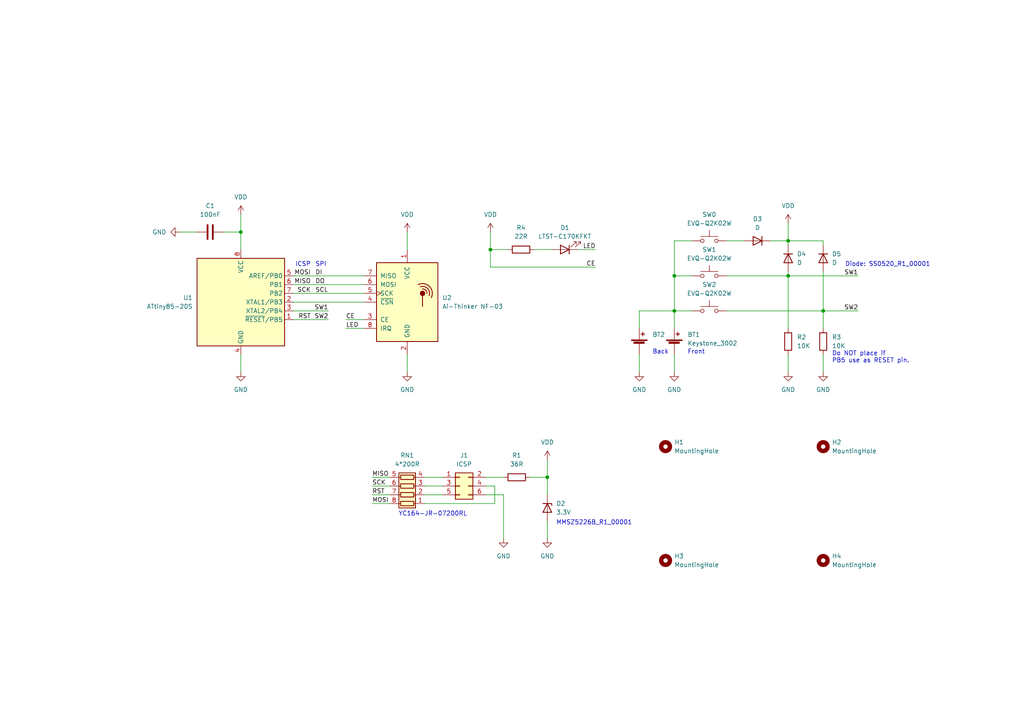
<source format=kicad_sch>
(kicad_sch (version 20211123) (generator eeschema)

  (uuid aec6d652-5176-4723-b841-f32ebce7ea6d)

  (paper "A4")

  (title_block
    (title "Remote control for CSL Taipei")
    (date "2022-11-04")
    (rev "1.0.1")
    (company "City Science Lab @ Taipei Tech")
    (comment 1 "Copyright © Danny Chou, all rights reserved.")
    (comment 2 "danchouzhou@gmail.com")
  )

  (lib_symbols
    (symbol "Connector_Generic:Conn_02x03_Odd_Even" (pin_names (offset 1.016) hide) (in_bom yes) (on_board yes)
      (property "Reference" "J" (id 0) (at 1.27 5.08 0)
        (effects (font (size 1.27 1.27)))
      )
      (property "Value" "Conn_02x03_Odd_Even" (id 1) (at 1.27 -5.08 0)
        (effects (font (size 1.27 1.27)))
      )
      (property "Footprint" "" (id 2) (at 0 0 0)
        (effects (font (size 1.27 1.27)) hide)
      )
      (property "Datasheet" "~" (id 3) (at 0 0 0)
        (effects (font (size 1.27 1.27)) hide)
      )
      (property "ki_keywords" "connector" (id 4) (at 0 0 0)
        (effects (font (size 1.27 1.27)) hide)
      )
      (property "ki_description" "Generic connector, double row, 02x03, odd/even pin numbering scheme (row 1 odd numbers, row 2 even numbers), script generated (kicad-library-utils/schlib/autogen/connector/)" (id 5) (at 0 0 0)
        (effects (font (size 1.27 1.27)) hide)
      )
      (property "ki_fp_filters" "Connector*:*_2x??_*" (id 6) (at 0 0 0)
        (effects (font (size 1.27 1.27)) hide)
      )
      (symbol "Conn_02x03_Odd_Even_1_1"
        (rectangle (start -1.27 -2.413) (end 0 -2.667)
          (stroke (width 0.1524) (type default) (color 0 0 0 0))
          (fill (type none))
        )
        (rectangle (start -1.27 0.127) (end 0 -0.127)
          (stroke (width 0.1524) (type default) (color 0 0 0 0))
          (fill (type none))
        )
        (rectangle (start -1.27 2.667) (end 0 2.413)
          (stroke (width 0.1524) (type default) (color 0 0 0 0))
          (fill (type none))
        )
        (rectangle (start -1.27 3.81) (end 3.81 -3.81)
          (stroke (width 0.254) (type default) (color 0 0 0 0))
          (fill (type background))
        )
        (rectangle (start 3.81 -2.413) (end 2.54 -2.667)
          (stroke (width 0.1524) (type default) (color 0 0 0 0))
          (fill (type none))
        )
        (rectangle (start 3.81 0.127) (end 2.54 -0.127)
          (stroke (width 0.1524) (type default) (color 0 0 0 0))
          (fill (type none))
        )
        (rectangle (start 3.81 2.667) (end 2.54 2.413)
          (stroke (width 0.1524) (type default) (color 0 0 0 0))
          (fill (type none))
        )
        (pin passive line (at -5.08 2.54 0) (length 3.81)
          (name "Pin_1" (effects (font (size 1.27 1.27))))
          (number "1" (effects (font (size 1.27 1.27))))
        )
        (pin passive line (at 7.62 2.54 180) (length 3.81)
          (name "Pin_2" (effects (font (size 1.27 1.27))))
          (number "2" (effects (font (size 1.27 1.27))))
        )
        (pin passive line (at -5.08 0 0) (length 3.81)
          (name "Pin_3" (effects (font (size 1.27 1.27))))
          (number "3" (effects (font (size 1.27 1.27))))
        )
        (pin passive line (at 7.62 0 180) (length 3.81)
          (name "Pin_4" (effects (font (size 1.27 1.27))))
          (number "4" (effects (font (size 1.27 1.27))))
        )
        (pin passive line (at -5.08 -2.54 0) (length 3.81)
          (name "Pin_5" (effects (font (size 1.27 1.27))))
          (number "5" (effects (font (size 1.27 1.27))))
        )
        (pin passive line (at 7.62 -2.54 180) (length 3.81)
          (name "Pin_6" (effects (font (size 1.27 1.27))))
          (number "6" (effects (font (size 1.27 1.27))))
        )
      )
    )
    (symbol "Device:Battery_Cell" (pin_numbers hide) (pin_names (offset 0) hide) (in_bom yes) (on_board yes)
      (property "Reference" "BT" (id 0) (at 2.54 2.54 0)
        (effects (font (size 1.27 1.27)) (justify left))
      )
      (property "Value" "Battery_Cell" (id 1) (at 2.54 0 0)
        (effects (font (size 1.27 1.27)) (justify left))
      )
      (property "Footprint" "" (id 2) (at 0 1.524 90)
        (effects (font (size 1.27 1.27)) hide)
      )
      (property "Datasheet" "~" (id 3) (at 0 1.524 90)
        (effects (font (size 1.27 1.27)) hide)
      )
      (property "ki_keywords" "battery cell" (id 4) (at 0 0 0)
        (effects (font (size 1.27 1.27)) hide)
      )
      (property "ki_description" "Single-cell battery" (id 5) (at 0 0 0)
        (effects (font (size 1.27 1.27)) hide)
      )
      (symbol "Battery_Cell_0_1"
        (rectangle (start -2.286 1.778) (end 2.286 1.524)
          (stroke (width 0) (type default) (color 0 0 0 0))
          (fill (type outline))
        )
        (rectangle (start -1.5748 1.1938) (end 1.4732 0.6858)
          (stroke (width 0) (type default) (color 0 0 0 0))
          (fill (type outline))
        )
        (polyline
          (pts
            (xy 0 0.762)
            (xy 0 0)
          )
          (stroke (width 0) (type default) (color 0 0 0 0))
          (fill (type none))
        )
        (polyline
          (pts
            (xy 0 1.778)
            (xy 0 2.54)
          )
          (stroke (width 0) (type default) (color 0 0 0 0))
          (fill (type none))
        )
        (polyline
          (pts
            (xy 0.508 3.429)
            (xy 1.524 3.429)
          )
          (stroke (width 0.254) (type default) (color 0 0 0 0))
          (fill (type none))
        )
        (polyline
          (pts
            (xy 1.016 3.937)
            (xy 1.016 2.921)
          )
          (stroke (width 0.254) (type default) (color 0 0 0 0))
          (fill (type none))
        )
      )
      (symbol "Battery_Cell_1_1"
        (pin passive line (at 0 5.08 270) (length 2.54)
          (name "+" (effects (font (size 1.27 1.27))))
          (number "1" (effects (font (size 1.27 1.27))))
        )
        (pin passive line (at 0 -2.54 90) (length 2.54)
          (name "-" (effects (font (size 1.27 1.27))))
          (number "2" (effects (font (size 1.27 1.27))))
        )
      )
    )
    (symbol "Device:C" (pin_numbers hide) (pin_names (offset 0.254)) (in_bom yes) (on_board yes)
      (property "Reference" "C" (id 0) (at 0.635 2.54 0)
        (effects (font (size 1.27 1.27)) (justify left))
      )
      (property "Value" "C" (id 1) (at 0.635 -2.54 0)
        (effects (font (size 1.27 1.27)) (justify left))
      )
      (property "Footprint" "" (id 2) (at 0.9652 -3.81 0)
        (effects (font (size 1.27 1.27)) hide)
      )
      (property "Datasheet" "~" (id 3) (at 0 0 0)
        (effects (font (size 1.27 1.27)) hide)
      )
      (property "ki_keywords" "cap capacitor" (id 4) (at 0 0 0)
        (effects (font (size 1.27 1.27)) hide)
      )
      (property "ki_description" "Unpolarized capacitor" (id 5) (at 0 0 0)
        (effects (font (size 1.27 1.27)) hide)
      )
      (property "ki_fp_filters" "C_*" (id 6) (at 0 0 0)
        (effects (font (size 1.27 1.27)) hide)
      )
      (symbol "C_0_1"
        (polyline
          (pts
            (xy -2.032 -0.762)
            (xy 2.032 -0.762)
          )
          (stroke (width 0.508) (type default) (color 0 0 0 0))
          (fill (type none))
        )
        (polyline
          (pts
            (xy -2.032 0.762)
            (xy 2.032 0.762)
          )
          (stroke (width 0.508) (type default) (color 0 0 0 0))
          (fill (type none))
        )
      )
      (symbol "C_1_1"
        (pin passive line (at 0 3.81 270) (length 2.794)
          (name "~" (effects (font (size 1.27 1.27))))
          (number "1" (effects (font (size 1.27 1.27))))
        )
        (pin passive line (at 0 -3.81 90) (length 2.794)
          (name "~" (effects (font (size 1.27 1.27))))
          (number "2" (effects (font (size 1.27 1.27))))
        )
      )
    )
    (symbol "Device:D" (pin_numbers hide) (pin_names (offset 1.016) hide) (in_bom yes) (on_board yes)
      (property "Reference" "D" (id 0) (at 0 2.54 0)
        (effects (font (size 1.27 1.27)))
      )
      (property "Value" "D" (id 1) (at 0 -2.54 0)
        (effects (font (size 1.27 1.27)))
      )
      (property "Footprint" "" (id 2) (at 0 0 0)
        (effects (font (size 1.27 1.27)) hide)
      )
      (property "Datasheet" "~" (id 3) (at 0 0 0)
        (effects (font (size 1.27 1.27)) hide)
      )
      (property "ki_keywords" "diode" (id 4) (at 0 0 0)
        (effects (font (size 1.27 1.27)) hide)
      )
      (property "ki_description" "Diode" (id 5) (at 0 0 0)
        (effects (font (size 1.27 1.27)) hide)
      )
      (property "ki_fp_filters" "TO-???* *_Diode_* *SingleDiode* D_*" (id 6) (at 0 0 0)
        (effects (font (size 1.27 1.27)) hide)
      )
      (symbol "D_0_1"
        (polyline
          (pts
            (xy -1.27 1.27)
            (xy -1.27 -1.27)
          )
          (stroke (width 0.254) (type default) (color 0 0 0 0))
          (fill (type none))
        )
        (polyline
          (pts
            (xy 1.27 0)
            (xy -1.27 0)
          )
          (stroke (width 0) (type default) (color 0 0 0 0))
          (fill (type none))
        )
        (polyline
          (pts
            (xy 1.27 1.27)
            (xy 1.27 -1.27)
            (xy -1.27 0)
            (xy 1.27 1.27)
          )
          (stroke (width 0.254) (type default) (color 0 0 0 0))
          (fill (type none))
        )
      )
      (symbol "D_1_1"
        (pin passive line (at -3.81 0 0) (length 2.54)
          (name "K" (effects (font (size 1.27 1.27))))
          (number "1" (effects (font (size 1.27 1.27))))
        )
        (pin passive line (at 3.81 0 180) (length 2.54)
          (name "A" (effects (font (size 1.27 1.27))))
          (number "2" (effects (font (size 1.27 1.27))))
        )
      )
    )
    (symbol "Device:D_Zener" (pin_numbers hide) (pin_names (offset 1.016) hide) (in_bom yes) (on_board yes)
      (property "Reference" "D" (id 0) (at 0 2.54 0)
        (effects (font (size 1.27 1.27)))
      )
      (property "Value" "D_Zener" (id 1) (at 0 -2.54 0)
        (effects (font (size 1.27 1.27)))
      )
      (property "Footprint" "" (id 2) (at 0 0 0)
        (effects (font (size 1.27 1.27)) hide)
      )
      (property "Datasheet" "~" (id 3) (at 0 0 0)
        (effects (font (size 1.27 1.27)) hide)
      )
      (property "ki_keywords" "diode" (id 4) (at 0 0 0)
        (effects (font (size 1.27 1.27)) hide)
      )
      (property "ki_description" "Zener diode" (id 5) (at 0 0 0)
        (effects (font (size 1.27 1.27)) hide)
      )
      (property "ki_fp_filters" "TO-???* *_Diode_* *SingleDiode* D_*" (id 6) (at 0 0 0)
        (effects (font (size 1.27 1.27)) hide)
      )
      (symbol "D_Zener_0_1"
        (polyline
          (pts
            (xy 1.27 0)
            (xy -1.27 0)
          )
          (stroke (width 0) (type default) (color 0 0 0 0))
          (fill (type none))
        )
        (polyline
          (pts
            (xy -1.27 -1.27)
            (xy -1.27 1.27)
            (xy -0.762 1.27)
          )
          (stroke (width 0.254) (type default) (color 0 0 0 0))
          (fill (type none))
        )
        (polyline
          (pts
            (xy 1.27 -1.27)
            (xy 1.27 1.27)
            (xy -1.27 0)
            (xy 1.27 -1.27)
          )
          (stroke (width 0.254) (type default) (color 0 0 0 0))
          (fill (type none))
        )
      )
      (symbol "D_Zener_1_1"
        (pin passive line (at -3.81 0 0) (length 2.54)
          (name "K" (effects (font (size 1.27 1.27))))
          (number "1" (effects (font (size 1.27 1.27))))
        )
        (pin passive line (at 3.81 0 180) (length 2.54)
          (name "A" (effects (font (size 1.27 1.27))))
          (number "2" (effects (font (size 1.27 1.27))))
        )
      )
    )
    (symbol "Device:LED" (pin_numbers hide) (pin_names (offset 1.016) hide) (in_bom yes) (on_board yes)
      (property "Reference" "D" (id 0) (at 0 2.54 0)
        (effects (font (size 1.27 1.27)))
      )
      (property "Value" "LED" (id 1) (at 0 -2.54 0)
        (effects (font (size 1.27 1.27)))
      )
      (property "Footprint" "" (id 2) (at 0 0 0)
        (effects (font (size 1.27 1.27)) hide)
      )
      (property "Datasheet" "~" (id 3) (at 0 0 0)
        (effects (font (size 1.27 1.27)) hide)
      )
      (property "ki_keywords" "LED diode" (id 4) (at 0 0 0)
        (effects (font (size 1.27 1.27)) hide)
      )
      (property "ki_description" "Light emitting diode" (id 5) (at 0 0 0)
        (effects (font (size 1.27 1.27)) hide)
      )
      (property "ki_fp_filters" "LED* LED_SMD:* LED_THT:*" (id 6) (at 0 0 0)
        (effects (font (size 1.27 1.27)) hide)
      )
      (symbol "LED_0_1"
        (polyline
          (pts
            (xy -1.27 -1.27)
            (xy -1.27 1.27)
          )
          (stroke (width 0.254) (type default) (color 0 0 0 0))
          (fill (type none))
        )
        (polyline
          (pts
            (xy -1.27 0)
            (xy 1.27 0)
          )
          (stroke (width 0) (type default) (color 0 0 0 0))
          (fill (type none))
        )
        (polyline
          (pts
            (xy 1.27 -1.27)
            (xy 1.27 1.27)
            (xy -1.27 0)
            (xy 1.27 -1.27)
          )
          (stroke (width 0.254) (type default) (color 0 0 0 0))
          (fill (type none))
        )
        (polyline
          (pts
            (xy -3.048 -0.762)
            (xy -4.572 -2.286)
            (xy -3.81 -2.286)
            (xy -4.572 -2.286)
            (xy -4.572 -1.524)
          )
          (stroke (width 0) (type default) (color 0 0 0 0))
          (fill (type none))
        )
        (polyline
          (pts
            (xy -1.778 -0.762)
            (xy -3.302 -2.286)
            (xy -2.54 -2.286)
            (xy -3.302 -2.286)
            (xy -3.302 -1.524)
          )
          (stroke (width 0) (type default) (color 0 0 0 0))
          (fill (type none))
        )
      )
      (symbol "LED_1_1"
        (pin passive line (at -3.81 0 0) (length 2.54)
          (name "K" (effects (font (size 1.27 1.27))))
          (number "1" (effects (font (size 1.27 1.27))))
        )
        (pin passive line (at 3.81 0 180) (length 2.54)
          (name "A" (effects (font (size 1.27 1.27))))
          (number "2" (effects (font (size 1.27 1.27))))
        )
      )
    )
    (symbol "Device:R" (pin_numbers hide) (pin_names (offset 0)) (in_bom yes) (on_board yes)
      (property "Reference" "R" (id 0) (at 2.032 0 90)
        (effects (font (size 1.27 1.27)))
      )
      (property "Value" "R" (id 1) (at 0 0 90)
        (effects (font (size 1.27 1.27)))
      )
      (property "Footprint" "" (id 2) (at -1.778 0 90)
        (effects (font (size 1.27 1.27)) hide)
      )
      (property "Datasheet" "~" (id 3) (at 0 0 0)
        (effects (font (size 1.27 1.27)) hide)
      )
      (property "ki_keywords" "R res resistor" (id 4) (at 0 0 0)
        (effects (font (size 1.27 1.27)) hide)
      )
      (property "ki_description" "Resistor" (id 5) (at 0 0 0)
        (effects (font (size 1.27 1.27)) hide)
      )
      (property "ki_fp_filters" "R_*" (id 6) (at 0 0 0)
        (effects (font (size 1.27 1.27)) hide)
      )
      (symbol "R_0_1"
        (rectangle (start -1.016 -2.54) (end 1.016 2.54)
          (stroke (width 0.254) (type default) (color 0 0 0 0))
          (fill (type none))
        )
      )
      (symbol "R_1_1"
        (pin passive line (at 0 3.81 270) (length 1.27)
          (name "~" (effects (font (size 1.27 1.27))))
          (number "1" (effects (font (size 1.27 1.27))))
        )
        (pin passive line (at 0 -3.81 90) (length 1.27)
          (name "~" (effects (font (size 1.27 1.27))))
          (number "2" (effects (font (size 1.27 1.27))))
        )
      )
    )
    (symbol "Device:R_Pack04" (pin_names (offset 0) hide) (in_bom yes) (on_board yes)
      (property "Reference" "RN" (id 0) (at -7.62 0 90)
        (effects (font (size 1.27 1.27)))
      )
      (property "Value" "R_Pack04" (id 1) (at 5.08 0 90)
        (effects (font (size 1.27 1.27)))
      )
      (property "Footprint" "" (id 2) (at 6.985 0 90)
        (effects (font (size 1.27 1.27)) hide)
      )
      (property "Datasheet" "~" (id 3) (at 0 0 0)
        (effects (font (size 1.27 1.27)) hide)
      )
      (property "ki_keywords" "R network parallel topology isolated" (id 4) (at 0 0 0)
        (effects (font (size 1.27 1.27)) hide)
      )
      (property "ki_description" "4 resistor network, parallel topology" (id 5) (at 0 0 0)
        (effects (font (size 1.27 1.27)) hide)
      )
      (property "ki_fp_filters" "DIP* SOIC* R*Array*Concave* R*Array*Convex*" (id 6) (at 0 0 0)
        (effects (font (size 1.27 1.27)) hide)
      )
      (symbol "R_Pack04_0_1"
        (rectangle (start -6.35 -2.413) (end 3.81 2.413)
          (stroke (width 0.254) (type default) (color 0 0 0 0))
          (fill (type background))
        )
        (rectangle (start -5.715 1.905) (end -4.445 -1.905)
          (stroke (width 0.254) (type default) (color 0 0 0 0))
          (fill (type none))
        )
        (rectangle (start -3.175 1.905) (end -1.905 -1.905)
          (stroke (width 0.254) (type default) (color 0 0 0 0))
          (fill (type none))
        )
        (rectangle (start -0.635 1.905) (end 0.635 -1.905)
          (stroke (width 0.254) (type default) (color 0 0 0 0))
          (fill (type none))
        )
        (polyline
          (pts
            (xy -5.08 -2.54)
            (xy -5.08 -1.905)
          )
          (stroke (width 0) (type default) (color 0 0 0 0))
          (fill (type none))
        )
        (polyline
          (pts
            (xy -5.08 1.905)
            (xy -5.08 2.54)
          )
          (stroke (width 0) (type default) (color 0 0 0 0))
          (fill (type none))
        )
        (polyline
          (pts
            (xy -2.54 -2.54)
            (xy -2.54 -1.905)
          )
          (stroke (width 0) (type default) (color 0 0 0 0))
          (fill (type none))
        )
        (polyline
          (pts
            (xy -2.54 1.905)
            (xy -2.54 2.54)
          )
          (stroke (width 0) (type default) (color 0 0 0 0))
          (fill (type none))
        )
        (polyline
          (pts
            (xy 0 -2.54)
            (xy 0 -1.905)
          )
          (stroke (width 0) (type default) (color 0 0 0 0))
          (fill (type none))
        )
        (polyline
          (pts
            (xy 0 1.905)
            (xy 0 2.54)
          )
          (stroke (width 0) (type default) (color 0 0 0 0))
          (fill (type none))
        )
        (polyline
          (pts
            (xy 2.54 -2.54)
            (xy 2.54 -1.905)
          )
          (stroke (width 0) (type default) (color 0 0 0 0))
          (fill (type none))
        )
        (polyline
          (pts
            (xy 2.54 1.905)
            (xy 2.54 2.54)
          )
          (stroke (width 0) (type default) (color 0 0 0 0))
          (fill (type none))
        )
        (rectangle (start 1.905 1.905) (end 3.175 -1.905)
          (stroke (width 0.254) (type default) (color 0 0 0 0))
          (fill (type none))
        )
      )
      (symbol "R_Pack04_1_1"
        (pin passive line (at -5.08 -5.08 90) (length 2.54)
          (name "R1.1" (effects (font (size 1.27 1.27))))
          (number "1" (effects (font (size 1.27 1.27))))
        )
        (pin passive line (at -2.54 -5.08 90) (length 2.54)
          (name "R2.1" (effects (font (size 1.27 1.27))))
          (number "2" (effects (font (size 1.27 1.27))))
        )
        (pin passive line (at 0 -5.08 90) (length 2.54)
          (name "R3.1" (effects (font (size 1.27 1.27))))
          (number "3" (effects (font (size 1.27 1.27))))
        )
        (pin passive line (at 2.54 -5.08 90) (length 2.54)
          (name "R4.1" (effects (font (size 1.27 1.27))))
          (number "4" (effects (font (size 1.27 1.27))))
        )
        (pin passive line (at 2.54 5.08 270) (length 2.54)
          (name "R4.2" (effects (font (size 1.27 1.27))))
          (number "5" (effects (font (size 1.27 1.27))))
        )
        (pin passive line (at 0 5.08 270) (length 2.54)
          (name "R3.2" (effects (font (size 1.27 1.27))))
          (number "6" (effects (font (size 1.27 1.27))))
        )
        (pin passive line (at -2.54 5.08 270) (length 2.54)
          (name "R2.2" (effects (font (size 1.27 1.27))))
          (number "7" (effects (font (size 1.27 1.27))))
        )
        (pin passive line (at -5.08 5.08 270) (length 2.54)
          (name "R1.2" (effects (font (size 1.27 1.27))))
          (number "8" (effects (font (size 1.27 1.27))))
        )
      )
    )
    (symbol "MCU_Microchip_ATtiny:ATtiny85-20S" (in_bom yes) (on_board yes)
      (property "Reference" "U" (id 0) (at -12.7 13.97 0)
        (effects (font (size 1.27 1.27)) (justify left bottom))
      )
      (property "Value" "ATtiny85-20S" (id 1) (at 2.54 -13.97 0)
        (effects (font (size 1.27 1.27)) (justify left top))
      )
      (property "Footprint" "Package_SO:SOIC-8W_5.3x5.3mm_P1.27mm" (id 2) (at 0 0 0)
        (effects (font (size 1.27 1.27) italic) hide)
      )
      (property "Datasheet" "http://ww1.microchip.com/downloads/en/DeviceDoc/atmel-2586-avr-8-bit-microcontroller-attiny25-attiny45-attiny85_datasheet.pdf" (id 3) (at 0 0 0)
        (effects (font (size 1.27 1.27)) hide)
      )
      (property "ki_keywords" "AVR 8bit Microcontroller tinyAVR" (id 4) (at 0 0 0)
        (effects (font (size 1.27 1.27)) hide)
      )
      (property "ki_description" "20MHz, 8kB Flash, 512B SRAM, 512B EEPROM, debugWIRE, SOIC-8W" (id 5) (at 0 0 0)
        (effects (font (size 1.27 1.27)) hide)
      )
      (property "ki_fp_filters" "SOIC*5.3x5.3mm*P1.27mm*" (id 6) (at 0 0 0)
        (effects (font (size 1.27 1.27)) hide)
      )
      (symbol "ATtiny85-20S_0_1"
        (rectangle (start -12.7 -12.7) (end 12.7 12.7)
          (stroke (width 0.254) (type default) (color 0 0 0 0))
          (fill (type background))
        )
      )
      (symbol "ATtiny85-20S_1_1"
        (pin bidirectional line (at 15.24 -5.08 180) (length 2.54)
          (name "~{RESET}/PB5" (effects (font (size 1.27 1.27))))
          (number "1" (effects (font (size 1.27 1.27))))
        )
        (pin bidirectional line (at 15.24 0 180) (length 2.54)
          (name "XTAL1/PB3" (effects (font (size 1.27 1.27))))
          (number "2" (effects (font (size 1.27 1.27))))
        )
        (pin bidirectional line (at 15.24 -2.54 180) (length 2.54)
          (name "XTAL2/PB4" (effects (font (size 1.27 1.27))))
          (number "3" (effects (font (size 1.27 1.27))))
        )
        (pin power_in line (at 0 -15.24 90) (length 2.54)
          (name "GND" (effects (font (size 1.27 1.27))))
          (number "4" (effects (font (size 1.27 1.27))))
        )
        (pin bidirectional line (at 15.24 7.62 180) (length 2.54)
          (name "AREF/PB0" (effects (font (size 1.27 1.27))))
          (number "5" (effects (font (size 1.27 1.27))))
        )
        (pin bidirectional line (at 15.24 5.08 180) (length 2.54)
          (name "PB1" (effects (font (size 1.27 1.27))))
          (number "6" (effects (font (size 1.27 1.27))))
        )
        (pin bidirectional line (at 15.24 2.54 180) (length 2.54)
          (name "PB2" (effects (font (size 1.27 1.27))))
          (number "7" (effects (font (size 1.27 1.27))))
        )
        (pin power_in line (at 0 15.24 270) (length 2.54)
          (name "VCC" (effects (font (size 1.27 1.27))))
          (number "8" (effects (font (size 1.27 1.27))))
        )
      )
    )
    (symbol "Mechanical:MountingHole" (pin_names (offset 1.016)) (in_bom yes) (on_board yes)
      (property "Reference" "H" (id 0) (at 0 5.08 0)
        (effects (font (size 1.27 1.27)))
      )
      (property "Value" "MountingHole" (id 1) (at 0 3.175 0)
        (effects (font (size 1.27 1.27)))
      )
      (property "Footprint" "" (id 2) (at 0 0 0)
        (effects (font (size 1.27 1.27)) hide)
      )
      (property "Datasheet" "~" (id 3) (at 0 0 0)
        (effects (font (size 1.27 1.27)) hide)
      )
      (property "ki_keywords" "mounting hole" (id 4) (at 0 0 0)
        (effects (font (size 1.27 1.27)) hide)
      )
      (property "ki_description" "Mounting Hole without connection" (id 5) (at 0 0 0)
        (effects (font (size 1.27 1.27)) hide)
      )
      (property "ki_fp_filters" "MountingHole*" (id 6) (at 0 0 0)
        (effects (font (size 1.27 1.27)) hide)
      )
      (symbol "MountingHole_0_1"
        (circle (center 0 0) (radius 1.27)
          (stroke (width 1.27) (type default) (color 0 0 0 0))
          (fill (type none))
        )
      )
    )
    (symbol "RF:NRF24L01_Breakout" (pin_names (offset 1.016)) (in_bom yes) (on_board yes)
      (property "Reference" "U2" (id 0) (at 10.16 1.2701 0)
        (effects (font (size 1.27 1.27)) (justify left))
      )
      (property "Value" "Ai-Thinker NF-03" (id 1) (at 10.16 -1.2699 0)
        (effects (font (size 1.27 1.27)) (justify left))
      )
      (property "Footprint" "NF-03:Ai-Thinker-NF-03" (id 2) (at 3.81 15.24 0)
        (effects (font (size 1.27 1.27) italic) (justify left) hide)
      )
      (property "Datasheet" "http://www.nordicsemi.com/eng/content/download/2730/34105/file/nRF24L01_Product_Specification_v2_0.pdf" (id 3) (at 0 -2.54 0)
        (effects (font (size 1.27 1.27)) hide)
      )
      (property "ki_keywords" "Low Power RF Transceiver breakout carrier" (id 4) (at 0 0 0)
        (effects (font (size 1.27 1.27)) hide)
      )
      (property "ki_description" "Ultra low power 2.4GHz RF Transceiver, Carrier PCB" (id 5) (at 0 0 0)
        (effects (font (size 1.27 1.27)) hide)
      )
      (property "ki_fp_filters" "nRF24L01*Breakout*" (id 6) (at 0 0 0)
        (effects (font (size 1.27 1.27)) hide)
      )
      (symbol "NRF24L01_Breakout_0_1"
        (rectangle (start -8.89 11.43) (end 8.89 -11.43)
          (stroke (width 0.254) (type default) (color 0 0 0 0))
          (fill (type background))
        )
        (polyline
          (pts
            (xy 4.445 1.905)
            (xy 4.445 -1.27)
          )
          (stroke (width 0.254) (type default) (color 0 0 0 0))
          (fill (type none))
        )
        (circle (center 4.445 2.54) (radius 0.635)
          (stroke (width 0.254) (type default) (color 0 0 0 0))
          (fill (type outline))
        )
        (arc (start 5.715 2.54) (mid 5.3521 3.4546) (end 4.445 3.81)
          (stroke (width 0.254) (type default) (color 0 0 0 0))
          (fill (type none))
        )
        (arc (start 6.35 1.905) (mid 5.8763 3.9854) (end 3.81 4.445)
          (stroke (width 0.254) (type default) (color 0 0 0 0))
          (fill (type none))
        )
        (arc (start 6.985 1.27) (mid 6.453 4.548) (end 3.175 5.08)
          (stroke (width 0.254) (type default) (color 0 0 0 0))
          (fill (type none))
        )
      )
      (symbol "NRF24L01_Breakout_1_1"
        (pin power_in line (at 0 15.24 270) (length 3.81)
          (name "VCC" (effects (font (size 1.27 1.27))))
          (number "1" (effects (font (size 1.27 1.27))))
        )
        (pin power_in line (at 0 -15.24 90) (length 3.81)
          (name "GND" (effects (font (size 1.27 1.27))))
          (number "2" (effects (font (size 1.27 1.27))))
        )
        (pin input line (at -12.7 -5.08 0) (length 3.81)
          (name "CE" (effects (font (size 1.27 1.27))))
          (number "3" (effects (font (size 1.27 1.27))))
        )
        (pin input line (at -12.7 0 0) (length 3.81)
          (name "~{CSN}" (effects (font (size 1.27 1.27))))
          (number "4" (effects (font (size 1.27 1.27))))
        )
        (pin input clock (at -12.7 2.54 0) (length 3.81)
          (name "SCK" (effects (font (size 1.27 1.27))))
          (number "5" (effects (font (size 1.27 1.27))))
        )
        (pin input line (at -12.7 5.08 0) (length 3.81)
          (name "MOSI" (effects (font (size 1.27 1.27))))
          (number "6" (effects (font (size 1.27 1.27))))
        )
        (pin output line (at -12.7 7.62 0) (length 3.81)
          (name "MISO" (effects (font (size 1.27 1.27))))
          (number "7" (effects (font (size 1.27 1.27))))
        )
        (pin output line (at -12.7 -7.62 0) (length 3.81)
          (name "IRQ" (effects (font (size 1.27 1.27))))
          (number "8" (effects (font (size 1.27 1.27))))
        )
      )
    )
    (symbol "Switch:SW_Push" (pin_numbers hide) (pin_names (offset 1.016) hide) (in_bom yes) (on_board yes)
      (property "Reference" "SW" (id 0) (at 1.27 2.54 0)
        (effects (font (size 1.27 1.27)) (justify left))
      )
      (property "Value" "SW_Push" (id 1) (at 0 -1.524 0)
        (effects (font (size 1.27 1.27)))
      )
      (property "Footprint" "" (id 2) (at 0 5.08 0)
        (effects (font (size 1.27 1.27)) hide)
      )
      (property "Datasheet" "~" (id 3) (at 0 5.08 0)
        (effects (font (size 1.27 1.27)) hide)
      )
      (property "ki_keywords" "switch normally-open pushbutton push-button" (id 4) (at 0 0 0)
        (effects (font (size 1.27 1.27)) hide)
      )
      (property "ki_description" "Push button switch, generic, two pins" (id 5) (at 0 0 0)
        (effects (font (size 1.27 1.27)) hide)
      )
      (symbol "SW_Push_0_1"
        (circle (center -2.032 0) (radius 0.508)
          (stroke (width 0) (type default) (color 0 0 0 0))
          (fill (type none))
        )
        (polyline
          (pts
            (xy 0 1.27)
            (xy 0 3.048)
          )
          (stroke (width 0) (type default) (color 0 0 0 0))
          (fill (type none))
        )
        (polyline
          (pts
            (xy 2.54 1.27)
            (xy -2.54 1.27)
          )
          (stroke (width 0) (type default) (color 0 0 0 0))
          (fill (type none))
        )
        (circle (center 2.032 0) (radius 0.508)
          (stroke (width 0) (type default) (color 0 0 0 0))
          (fill (type none))
        )
        (pin passive line (at -5.08 0 0) (length 2.54)
          (name "1" (effects (font (size 1.27 1.27))))
          (number "1" (effects (font (size 1.27 1.27))))
        )
        (pin passive line (at 5.08 0 180) (length 2.54)
          (name "2" (effects (font (size 1.27 1.27))))
          (number "2" (effects (font (size 1.27 1.27))))
        )
      )
    )
    (symbol "power:GND" (power) (pin_names (offset 0)) (in_bom yes) (on_board yes)
      (property "Reference" "#PWR" (id 0) (at 0 -6.35 0)
        (effects (font (size 1.27 1.27)) hide)
      )
      (property "Value" "GND" (id 1) (at 0 -3.81 0)
        (effects (font (size 1.27 1.27)))
      )
      (property "Footprint" "" (id 2) (at 0 0 0)
        (effects (font (size 1.27 1.27)) hide)
      )
      (property "Datasheet" "" (id 3) (at 0 0 0)
        (effects (font (size 1.27 1.27)) hide)
      )
      (property "ki_keywords" "power-flag" (id 4) (at 0 0 0)
        (effects (font (size 1.27 1.27)) hide)
      )
      (property "ki_description" "Power symbol creates a global label with name \"GND\" , ground" (id 5) (at 0 0 0)
        (effects (font (size 1.27 1.27)) hide)
      )
      (symbol "GND_0_1"
        (polyline
          (pts
            (xy 0 0)
            (xy 0 -1.27)
            (xy 1.27 -1.27)
            (xy 0 -2.54)
            (xy -1.27 -1.27)
            (xy 0 -1.27)
          )
          (stroke (width 0) (type default) (color 0 0 0 0))
          (fill (type none))
        )
      )
      (symbol "GND_1_1"
        (pin power_in line (at 0 0 270) (length 0) hide
          (name "GND" (effects (font (size 1.27 1.27))))
          (number "1" (effects (font (size 1.27 1.27))))
        )
      )
    )
    (symbol "power:VDD" (power) (pin_names (offset 0)) (in_bom yes) (on_board yes)
      (property "Reference" "#PWR" (id 0) (at 0 -3.81 0)
        (effects (font (size 1.27 1.27)) hide)
      )
      (property "Value" "VDD" (id 1) (at 0 3.81 0)
        (effects (font (size 1.27 1.27)))
      )
      (property "Footprint" "" (id 2) (at 0 0 0)
        (effects (font (size 1.27 1.27)) hide)
      )
      (property "Datasheet" "" (id 3) (at 0 0 0)
        (effects (font (size 1.27 1.27)) hide)
      )
      (property "ki_keywords" "power-flag" (id 4) (at 0 0 0)
        (effects (font (size 1.27 1.27)) hide)
      )
      (property "ki_description" "Power symbol creates a global label with name \"VDD\"" (id 5) (at 0 0 0)
        (effects (font (size 1.27 1.27)) hide)
      )
      (symbol "VDD_0_1"
        (polyline
          (pts
            (xy -0.762 1.27)
            (xy 0 2.54)
          )
          (stroke (width 0) (type default) (color 0 0 0 0))
          (fill (type none))
        )
        (polyline
          (pts
            (xy 0 0)
            (xy 0 2.54)
          )
          (stroke (width 0) (type default) (color 0 0 0 0))
          (fill (type none))
        )
        (polyline
          (pts
            (xy 0 2.54)
            (xy 0.762 1.27)
          )
          (stroke (width 0) (type default) (color 0 0 0 0))
          (fill (type none))
        )
      )
      (symbol "VDD_1_1"
        (pin power_in line (at 0 0 90) (length 0) hide
          (name "VDD" (effects (font (size 1.27 1.27))))
          (number "1" (effects (font (size 1.27 1.27))))
        )
      )
    )
  )

  (junction (at 195.58 80.01) (diameter 0) (color 0 0 0 0)
    (uuid 0cca115e-beea-4206-9f9a-47989e464442)
  )
  (junction (at 228.6 80.01) (diameter 0) (color 0 0 0 0)
    (uuid 21b87ac8-2139-4e6c-858d-a5150681b364)
  )
  (junction (at 238.76 90.17) (diameter 0) (color 0 0 0 0)
    (uuid 366eaec1-2b12-407c-8dbf-c7bea6b7aef9)
  )
  (junction (at 142.24 72.39) (diameter 0) (color 0 0 0 0)
    (uuid 3d343a06-7a1e-4488-a5fd-f2e9f48007b5)
  )
  (junction (at 158.75 138.43) (diameter 0) (color 0 0 0 0)
    (uuid 8d36f415-f1db-4810-be0a-da9e1ed724a3)
  )
  (junction (at 69.85 67.31) (diameter 0) (color 0 0 0 0)
    (uuid a7c64802-6e23-4212-bae8-a49ea4ae529f)
  )
  (junction (at 195.58 90.17) (diameter 0) (color 0 0 0 0)
    (uuid c2c32972-e2b7-46d7-a8d0-1544e0063428)
  )
  (junction (at 228.6 69.85) (diameter 0) (color 0 0 0 0)
    (uuid d89ac6ef-99c3-40d2-8f0b-6d33e3f7e4c2)
  )

  (wire (pts (xy 238.76 102.87) (xy 238.76 107.95))
    (stroke (width 0) (type default) (color 0 0 0 0))
    (uuid 008fb2b0-2f4b-4ce2-973b-9929cc596034)
  )
  (wire (pts (xy 195.58 102.87) (xy 195.58 107.95))
    (stroke (width 0) (type default) (color 0 0 0 0))
    (uuid 00d5b52b-4634-4bcb-8b2f-f1452cd8a33b)
  )
  (wire (pts (xy 107.95 143.51) (xy 113.03 143.51))
    (stroke (width 0) (type default) (color 0 0 0 0))
    (uuid 02f7aac2-6b63-4b36-941f-56e3d3d7e9c3)
  )
  (wire (pts (xy 210.82 80.01) (xy 228.6 80.01))
    (stroke (width 0) (type default) (color 0 0 0 0))
    (uuid 039fc33a-8f7a-4660-8bfe-05047cd1e293)
  )
  (wire (pts (xy 118.11 67.31) (xy 118.11 72.39))
    (stroke (width 0) (type default) (color 0 0 0 0))
    (uuid 043bb654-684c-4cb7-a67a-e3873f668677)
  )
  (wire (pts (xy 238.76 69.85) (xy 238.76 71.12))
    (stroke (width 0) (type default) (color 0 0 0 0))
    (uuid 0eab25ef-694f-4ef3-afb9-6d47dbdf6c19)
  )
  (wire (pts (xy 238.76 90.17) (xy 248.92 90.17))
    (stroke (width 0) (type default) (color 0 0 0 0))
    (uuid 0f7995d1-4a1d-4921-aa26-7f72d02ba37e)
  )
  (wire (pts (xy 195.58 80.01) (xy 200.66 80.01))
    (stroke (width 0) (type default) (color 0 0 0 0))
    (uuid 1864341a-7603-44f8-b039-23e4cdba491e)
  )
  (wire (pts (xy 146.05 143.51) (xy 146.05 156.21))
    (stroke (width 0) (type default) (color 0 0 0 0))
    (uuid 18912fbd-d17d-4452-9d21-bd2d9959f3b7)
  )
  (wire (pts (xy 142.24 67.31) (xy 142.24 72.39))
    (stroke (width 0) (type default) (color 0 0 0 0))
    (uuid 19045d44-20da-4164-bc37-ff457bda316f)
  )
  (wire (pts (xy 123.19 146.05) (xy 143.51 146.05))
    (stroke (width 0) (type default) (color 0 0 0 0))
    (uuid 19b2d4dc-de9e-47b7-9a9d-a3983c8cf70c)
  )
  (wire (pts (xy 118.11 102.87) (xy 118.11 107.95))
    (stroke (width 0) (type default) (color 0 0 0 0))
    (uuid 22fc3f48-e93e-47b6-9e07-1af8a7a8bb18)
  )
  (wire (pts (xy 167.64 72.39) (xy 172.72 72.39))
    (stroke (width 0) (type default) (color 0 0 0 0))
    (uuid 2347fa6c-c9e1-40d8-a698-346a5d79af82)
  )
  (wire (pts (xy 146.05 143.51) (xy 140.97 143.51))
    (stroke (width 0) (type default) (color 0 0 0 0))
    (uuid 2ea82c69-922b-4486-914a-4df49a0ad325)
  )
  (wire (pts (xy 107.95 140.97) (xy 113.03 140.97))
    (stroke (width 0) (type default) (color 0 0 0 0))
    (uuid 3576f67f-f5de-46ff-ab4a-38031fdade62)
  )
  (wire (pts (xy 228.6 64.77) (xy 228.6 69.85))
    (stroke (width 0) (type default) (color 0 0 0 0))
    (uuid 423312ae-cfc9-4b5d-8b55-67694c0434c1)
  )
  (wire (pts (xy 123.19 138.43) (xy 128.27 138.43))
    (stroke (width 0) (type default) (color 0 0 0 0))
    (uuid 4946696d-3896-4e73-9517-18d30cd723c7)
  )
  (wire (pts (xy 223.52 69.85) (xy 228.6 69.85))
    (stroke (width 0) (type default) (color 0 0 0 0))
    (uuid 4f8d531e-5f71-4c47-b760-08f388089819)
  )
  (wire (pts (xy 107.95 146.05) (xy 113.03 146.05))
    (stroke (width 0) (type default) (color 0 0 0 0))
    (uuid 513cd83b-d639-441c-825d-b3c923b20850)
  )
  (wire (pts (xy 228.6 80.01) (xy 228.6 78.74))
    (stroke (width 0) (type default) (color 0 0 0 0))
    (uuid 56ac270e-431b-4120-ad70-04530ebdc442)
  )
  (wire (pts (xy 100.33 95.25) (xy 105.41 95.25))
    (stroke (width 0) (type default) (color 0 0 0 0))
    (uuid 577472ae-927e-4f62-949c-3c6e0560bdd3)
  )
  (wire (pts (xy 195.58 90.17) (xy 195.58 95.25))
    (stroke (width 0) (type default) (color 0 0 0 0))
    (uuid 5857f29e-0303-45a5-a871-d8c5d6e33ff6)
  )
  (wire (pts (xy 195.58 80.01) (xy 195.58 90.17))
    (stroke (width 0) (type default) (color 0 0 0 0))
    (uuid 5c43eadb-18a4-4f4c-95ff-23c85267825c)
  )
  (wire (pts (xy 140.97 140.97) (xy 143.51 140.97))
    (stroke (width 0) (type default) (color 0 0 0 0))
    (uuid 5c466089-8124-4fbc-a7b8-3e4cdd20633c)
  )
  (wire (pts (xy 107.95 138.43) (xy 113.03 138.43))
    (stroke (width 0) (type default) (color 0 0 0 0))
    (uuid 5f3a0f74-62eb-4584-844c-7b62abff1efb)
  )
  (wire (pts (xy 158.75 151.13) (xy 158.75 156.21))
    (stroke (width 0) (type default) (color 0 0 0 0))
    (uuid 60ee851f-e833-4315-95dc-661aa8014911)
  )
  (wire (pts (xy 140.97 138.43) (xy 146.05 138.43))
    (stroke (width 0) (type default) (color 0 0 0 0))
    (uuid 67f3368e-c597-4d97-9137-0f1faba3604e)
  )
  (wire (pts (xy 85.09 82.55) (xy 105.41 82.55))
    (stroke (width 0) (type default) (color 0 0 0 0))
    (uuid 6aaf98a8-4bca-4922-9f14-7d66987489fc)
  )
  (wire (pts (xy 158.75 133.35) (xy 158.75 138.43))
    (stroke (width 0) (type default) (color 0 0 0 0))
    (uuid 6dc98888-828b-4e51-a53e-c3dc786a3c7e)
  )
  (wire (pts (xy 85.09 80.01) (xy 105.41 80.01))
    (stroke (width 0) (type default) (color 0 0 0 0))
    (uuid 78b27b10-1ebb-46b1-8185-521367d999a1)
  )
  (wire (pts (xy 195.58 69.85) (xy 195.58 80.01))
    (stroke (width 0) (type default) (color 0 0 0 0))
    (uuid 81001277-becf-4fc3-9326-d62e34355326)
  )
  (wire (pts (xy 158.75 138.43) (xy 158.75 143.51))
    (stroke (width 0) (type default) (color 0 0 0 0))
    (uuid 81bf6f52-cc5b-42b2-8f6a-105442bd10d9)
  )
  (wire (pts (xy 85.09 87.63) (xy 105.41 87.63))
    (stroke (width 0) (type default) (color 0 0 0 0))
    (uuid 83bdf127-6fa4-4e06-9a9d-7d0368e5939a)
  )
  (wire (pts (xy 228.6 69.85) (xy 228.6 71.12))
    (stroke (width 0) (type default) (color 0 0 0 0))
    (uuid 8bdb3e55-7467-4215-b7d5-d1f144cf5550)
  )
  (wire (pts (xy 228.6 102.87) (xy 228.6 107.95))
    (stroke (width 0) (type default) (color 0 0 0 0))
    (uuid 8e77c1b1-6db6-41dd-9402-77bc998df268)
  )
  (wire (pts (xy 142.24 77.47) (xy 172.72 77.47))
    (stroke (width 0) (type default) (color 0 0 0 0))
    (uuid 8ef56265-2a7d-4d92-a6ec-ac9c25dd6e50)
  )
  (wire (pts (xy 195.58 90.17) (xy 200.66 90.17))
    (stroke (width 0) (type default) (color 0 0 0 0))
    (uuid 994513d8-dac5-41f8-b51b-9893b0603721)
  )
  (wire (pts (xy 210.82 90.17) (xy 238.76 90.17))
    (stroke (width 0) (type default) (color 0 0 0 0))
    (uuid 9c28a444-b10a-4221-97c9-d665b1ec76be)
  )
  (wire (pts (xy 52.07 67.31) (xy 57.15 67.31))
    (stroke (width 0) (type default) (color 0 0 0 0))
    (uuid a57a553c-c65f-4393-83ea-e520a65f5694)
  )
  (wire (pts (xy 64.77 67.31) (xy 69.85 67.31))
    (stroke (width 0) (type default) (color 0 0 0 0))
    (uuid a9c2893c-3544-4d6e-8647-a2c35c8fbd4f)
  )
  (wire (pts (xy 142.24 72.39) (xy 147.32 72.39))
    (stroke (width 0) (type default) (color 0 0 0 0))
    (uuid aa951d52-a173-4091-8411-fecaabbb967d)
  )
  (wire (pts (xy 228.6 80.01) (xy 228.6 95.25))
    (stroke (width 0) (type default) (color 0 0 0 0))
    (uuid ad11b9e5-2a50-4467-a738-d96af981fab0)
  )
  (wire (pts (xy 154.94 72.39) (xy 160.02 72.39))
    (stroke (width 0) (type default) (color 0 0 0 0))
    (uuid ae8f8b14-af75-4555-b9bb-80828ef84b21)
  )
  (wire (pts (xy 185.42 90.17) (xy 185.42 95.25))
    (stroke (width 0) (type default) (color 0 0 0 0))
    (uuid aee60281-5b3f-42b3-be08-584f081ac406)
  )
  (wire (pts (xy 123.19 140.97) (xy 128.27 140.97))
    (stroke (width 0) (type default) (color 0 0 0 0))
    (uuid b4c95024-df3d-458d-9e46-0b0bb400b2cc)
  )
  (wire (pts (xy 185.42 102.87) (xy 185.42 107.95))
    (stroke (width 0) (type default) (color 0 0 0 0))
    (uuid b4cbb543-5ae1-4a06-88a1-c352ac63c1d5)
  )
  (wire (pts (xy 85.09 90.17) (xy 95.25 90.17))
    (stroke (width 0) (type default) (color 0 0 0 0))
    (uuid b5dd39a5-35f9-4c4e-bbe6-9082c2d5c565)
  )
  (wire (pts (xy 69.85 62.23) (xy 69.85 67.31))
    (stroke (width 0) (type default) (color 0 0 0 0))
    (uuid b686fd3f-25d9-4893-88e9-2df6a4cd5626)
  )
  (wire (pts (xy 238.76 90.17) (xy 238.76 78.74))
    (stroke (width 0) (type default) (color 0 0 0 0))
    (uuid c0a4e351-af22-4e73-aa2b-cc33006137b5)
  )
  (wire (pts (xy 238.76 90.17) (xy 238.76 95.25))
    (stroke (width 0) (type default) (color 0 0 0 0))
    (uuid c21c6e1c-9a89-4a05-b89d-505d3a3db6d9)
  )
  (wire (pts (xy 123.19 143.51) (xy 128.27 143.51))
    (stroke (width 0) (type default) (color 0 0 0 0))
    (uuid d11d958f-6ead-4709-8ba0-3be4483fccca)
  )
  (wire (pts (xy 153.67 138.43) (xy 158.75 138.43))
    (stroke (width 0) (type default) (color 0 0 0 0))
    (uuid d2af7246-adb9-4670-9102-3b5ce34a3021)
  )
  (wire (pts (xy 69.85 102.87) (xy 69.85 107.95))
    (stroke (width 0) (type default) (color 0 0 0 0))
    (uuid d94a1b11-6a4b-4a73-b47f-33e451b7a5ab)
  )
  (wire (pts (xy 195.58 90.17) (xy 185.42 90.17))
    (stroke (width 0) (type default) (color 0 0 0 0))
    (uuid db4038e3-95ad-4aa8-9b7d-b615e35ffebf)
  )
  (wire (pts (xy 100.33 92.71) (xy 105.41 92.71))
    (stroke (width 0) (type default) (color 0 0 0 0))
    (uuid dbfe0d1d-0219-4929-8633-803d36b22a81)
  )
  (wire (pts (xy 85.09 85.09) (xy 105.41 85.09))
    (stroke (width 0) (type default) (color 0 0 0 0))
    (uuid e0b91c69-df74-4e0b-a00c-636c7730644a)
  )
  (wire (pts (xy 143.51 146.05) (xy 143.51 140.97))
    (stroke (width 0) (type default) (color 0 0 0 0))
    (uuid e2ff0c18-c921-41a9-a7e7-29c6b78452b6)
  )
  (wire (pts (xy 85.09 92.71) (xy 95.25 92.71))
    (stroke (width 0) (type default) (color 0 0 0 0))
    (uuid e327ffb9-3a8e-47b6-b163-067d751f2251)
  )
  (wire (pts (xy 200.66 69.85) (xy 195.58 69.85))
    (stroke (width 0) (type default) (color 0 0 0 0))
    (uuid e78807f3-e6d2-46ec-9d32-d0381952c635)
  )
  (wire (pts (xy 69.85 67.31) (xy 69.85 72.39))
    (stroke (width 0) (type default) (color 0 0 0 0))
    (uuid e8a6e294-899c-403e-9cfc-3bd9987aa2d5)
  )
  (wire (pts (xy 142.24 72.39) (xy 142.24 77.47))
    (stroke (width 0) (type default) (color 0 0 0 0))
    (uuid eb037de3-c292-4cf7-afa7-52d90b628077)
  )
  (wire (pts (xy 210.82 69.85) (xy 215.9 69.85))
    (stroke (width 0) (type default) (color 0 0 0 0))
    (uuid f9a12b06-0fa7-44cf-af10-2b6a81c30b6d)
  )
  (wire (pts (xy 228.6 80.01) (xy 248.92 80.01))
    (stroke (width 0) (type default) (color 0 0 0 0))
    (uuid fa773ac6-5071-403c-a662-c4ee475c7086)
  )
  (wire (pts (xy 228.6 69.85) (xy 238.76 69.85))
    (stroke (width 0) (type default) (color 0 0 0 0))
    (uuid fa7e1c59-b06f-4215-8073-9e0ad51934ea)
  )

  (text "Do NOT place if \nPB5 use as RESET pin." (at 241.3 105.41 0)
    (effects (font (size 1.27 1.27)) (justify left bottom))
    (uuid 07786c51-fd5c-4310-8eff-162b5d9756d4)
  )
  (text "ICSP" (at 90.17 77.47 180)
    (effects (font (size 1.27 1.27)) (justify right bottom))
    (uuid 369c59fb-ecdc-4258-9714-bca68067c363)
  )
  (text "Front" (at 199.39 102.87 0)
    (effects (font (size 1.27 1.27)) (justify left bottom))
    (uuid 381afb96-2078-4838-881f-d703c8b664a4)
  )
  (text "Back" (at 189.23 102.87 0)
    (effects (font (size 1.27 1.27)) (justify left bottom))
    (uuid 497cd187-f628-45fb-b0c5-cd1800a87d8e)
  )
  (text "YC164-JR-07200RL" (at 115.57 149.86 0)
    (effects (font (size 1.27 1.27)) (justify left bottom))
    (uuid 7536ee5d-404c-425f-9774-e3c018c166e5)
  )
  (text "SPI" (at 91.44 77.47 0)
    (effects (font (size 1.27 1.27)) (justify left bottom))
    (uuid eb95a67c-3a13-4f17-a2f0-7a3460d48596)
  )
  (text "Diode: SS0520_R1_00001" (at 245.11 77.47 0)
    (effects (font (size 1.27 1.27)) (justify left bottom))
    (uuid eeb955c5-fb03-4efc-b58a-9b3caaa38cc1)
  )
  (text "MMSZ5226B_R1_00001" (at 161.29 152.4 0)
    (effects (font (size 1.27 1.27)) (justify left bottom))
    (uuid f6e09ee1-3888-462e-b4c3-06a462dc69ee)
  )

  (label "SW1" (at 248.92 80.01 180)
    (effects (font (size 1.27 1.27)) (justify right bottom))
    (uuid 15646569-03df-40ae-adf7-17c3e8eb1e0e)
  )
  (label "MOSI" (at 90.17 80.01 180)
    (effects (font (size 1.27 1.27)) (justify right bottom))
    (uuid 18fbec3f-51d8-4abe-bc78-df9c3784528c)
  )
  (label "DI" (at 91.44 80.01 0)
    (effects (font (size 1.27 1.27)) (justify left bottom))
    (uuid 1ee91e35-3bc2-48c2-9758-f49400d2ebb6)
  )
  (label "SCL" (at 91.44 85.09 0)
    (effects (font (size 1.27 1.27)) (justify left bottom))
    (uuid 25f5311d-dbfc-469b-9794-3e5e310cad8f)
  )
  (label "MISO" (at 90.17 82.55 180)
    (effects (font (size 1.27 1.27)) (justify right bottom))
    (uuid 29ffdfdb-0b9b-40cb-8be8-7746e04f7e21)
  )
  (label "SCK" (at 107.95 140.97 0)
    (effects (font (size 1.27 1.27)) (justify left bottom))
    (uuid 2e3ec84a-c129-4547-a261-700c0bf643d4)
  )
  (label "RST" (at 90.17 92.71 180)
    (effects (font (size 1.27 1.27)) (justify right bottom))
    (uuid 3e84fb04-137d-4012-8a5c-61bd50930ac8)
  )
  (label "SW1" (at 95.25 90.17 180)
    (effects (font (size 1.27 1.27)) (justify right bottom))
    (uuid 4e4a5d1f-ea21-4ae0-ac13-404e02068a56)
  )
  (label "SW2" (at 248.92 90.17 180)
    (effects (font (size 1.27 1.27)) (justify right bottom))
    (uuid 50007ac4-0c46-4776-a3a2-395ea6405574)
  )
  (label "DO" (at 91.44 82.55 0)
    (effects (font (size 1.27 1.27)) (justify left bottom))
    (uuid 511aa7e8-be7d-4e76-be70-5b9f717162ac)
  )
  (label "RST" (at 107.95 143.51 0)
    (effects (font (size 1.27 1.27)) (justify left bottom))
    (uuid 5fec7a9b-67d2-4e04-9259-110492f130f1)
  )
  (label "SW2" (at 95.25 92.71 180)
    (effects (font (size 1.27 1.27)) (justify right bottom))
    (uuid 60561a95-a356-42dc-acf5-2ad44119dd3c)
  )
  (label "LED" (at 172.72 72.39 180)
    (effects (font (size 1.27 1.27)) (justify right bottom))
    (uuid 7c7f226f-a3bf-4030-815b-f11dcb3fe5be)
  )
  (label "CE" (at 100.33 92.71 0)
    (effects (font (size 1.27 1.27)) (justify left bottom))
    (uuid 8420749f-522d-42bd-8fdf-8d33e30af2e4)
  )
  (label "LED" (at 100.33 95.25 0)
    (effects (font (size 1.27 1.27)) (justify left bottom))
    (uuid 9230f950-2c58-4a15-9cfb-d9419c82ddd5)
  )
  (label "MOSI" (at 107.95 146.05 0)
    (effects (font (size 1.27 1.27)) (justify left bottom))
    (uuid 9ff347b7-4567-49d6-9960-32ef00b7c3dc)
  )
  (label "SCK" (at 90.17 85.09 180)
    (effects (font (size 1.27 1.27)) (justify right bottom))
    (uuid b5c3dd50-69be-4627-a836-6124da31e361)
  )
  (label "CE" (at 172.72 77.47 180)
    (effects (font (size 1.27 1.27)) (justify right bottom))
    (uuid c0251607-e67e-4266-9b82-3c0e0558e561)
  )
  (label "MISO" (at 107.95 138.43 0)
    (effects (font (size 1.27 1.27)) (justify left bottom))
    (uuid ebd83a5f-bfb3-45c0-9a7b-ae401d9573d3)
  )

  (symbol (lib_id "power:GND") (at 69.85 107.95 0) (unit 1)
    (in_bom yes) (on_board yes) (fields_autoplaced)
    (uuid 07405d3c-9086-46cd-a278-0d1b3cd02feb)
    (property "Reference" "#PWR0103" (id 0) (at 69.85 114.3 0)
      (effects (font (size 1.27 1.27)) hide)
    )
    (property "Value" "GND" (id 1) (at 69.85 113.03 0))
    (property "Footprint" "" (id 2) (at 69.85 107.95 0)
      (effects (font (size 1.27 1.27)) hide)
    )
    (property "Datasheet" "" (id 3) (at 69.85 107.95 0)
      (effects (font (size 1.27 1.27)) hide)
    )
    (pin "1" (uuid a5fb949b-0164-4510-9fc7-229ee1b46bf9))
  )

  (symbol (lib_id "Connector_Generic:Conn_02x03_Odd_Even") (at 133.35 140.97 0) (unit 1)
    (in_bom yes) (on_board yes)
    (uuid 0c21a911-4e26-4ada-9208-35a00432a5fb)
    (property "Reference" "J1" (id 0) (at 134.62 132.08 0))
    (property "Value" "ICSP" (id 1) (at 134.62 134.62 0))
    (property "Footprint" "Connector_PinHeader_2.54mm:PinHeader_2x03_P2.54mm_Vertical" (id 2) (at 133.35 140.97 0)
      (effects (font (size 1.27 1.27)) hide)
    )
    (property "Datasheet" "~" (id 3) (at 133.35 140.97 0)
      (effects (font (size 1.27 1.27)) hide)
    )
    (pin "1" (uuid c4555bed-bfe2-498d-9c0a-de57cd8e7d51))
    (pin "2" (uuid 606cadce-e980-445e-ac93-49b09c516a4c))
    (pin "3" (uuid 44b9227a-01d2-4306-af88-d194157ef07c))
    (pin "4" (uuid 49e859ed-8894-4e00-85e1-fdfaa3481bc9))
    (pin "5" (uuid 33920a64-c9b6-402a-8669-a3c4c1531fa8))
    (pin "6" (uuid 4e321f34-340f-4d19-afee-f96a610bb44c))
  )

  (symbol (lib_id "MCU_Microchip_ATtiny:ATtiny85-20S") (at 69.85 87.63 0) (unit 1)
    (in_bom yes) (on_board yes) (fields_autoplaced)
    (uuid 151377c0-07eb-47fa-8646-7c573fee70f5)
    (property "Reference" "U1" (id 0) (at 55.88 86.3599 0)
      (effects (font (size 1.27 1.27)) (justify right))
    )
    (property "Value" "ATtiny85-20S" (id 1) (at 55.88 88.8999 0)
      (effects (font (size 1.27 1.27)) (justify right))
    )
    (property "Footprint" "Package_SO:SOIC-8W_5.3x5.3mm_P1.27mm" (id 2) (at 69.85 87.63 0)
      (effects (font (size 1.27 1.27) italic) hide)
    )
    (property "Datasheet" "http://ww1.microchip.com/downloads/en/DeviceDoc/atmel-2586-avr-8-bit-microcontroller-attiny25-attiny45-attiny85_datasheet.pdf" (id 3) (at 69.85 87.63 0)
      (effects (font (size 1.27 1.27)) hide)
    )
    (pin "1" (uuid 32d5ea7d-2834-4e1f-a382-745b5085cbb9))
    (pin "2" (uuid 5ca7c1fd-d179-4959-ba12-4f7730a9b306))
    (pin "3" (uuid 221354e0-4e95-4f35-92c4-2bba98b2d317))
    (pin "4" (uuid cac65c8e-30eb-4776-80e9-c8b49f405dfa))
    (pin "5" (uuid 5b32da1c-755d-42ae-8e31-f74ca08708a7))
    (pin "6" (uuid 4645b49f-555e-4312-9fea-19f6590fd915))
    (pin "7" (uuid 95b07c6c-a9a4-4e24-901a-4ff09038db0f))
    (pin "8" (uuid 1d5e0b77-ddbe-42db-a094-c1dafdba2eda))
  )

  (symbol (lib_id "power:GND") (at 238.76 107.95 0) (unit 1)
    (in_bom yes) (on_board yes) (fields_autoplaced)
    (uuid 1f11f092-1d2d-4562-8417-698654f2c000)
    (property "Reference" "#PWR0107" (id 0) (at 238.76 114.3 0)
      (effects (font (size 1.27 1.27)) hide)
    )
    (property "Value" "GND" (id 1) (at 238.76 113.03 0))
    (property "Footprint" "" (id 2) (at 238.76 107.95 0)
      (effects (font (size 1.27 1.27)) hide)
    )
    (property "Datasheet" "" (id 3) (at 238.76 107.95 0)
      (effects (font (size 1.27 1.27)) hide)
    )
    (pin "1" (uuid 16eb4bd3-c5a2-4c08-a043-ae0575a1cb39))
  )

  (symbol (lib_id "power:VDD") (at 228.6 64.77 0) (unit 1)
    (in_bom yes) (on_board yes) (fields_autoplaced)
    (uuid 22b059da-be4a-40a6-837d-48718bbeb0ed)
    (property "Reference" "#PWR0105" (id 0) (at 228.6 68.58 0)
      (effects (font (size 1.27 1.27)) hide)
    )
    (property "Value" "VDD" (id 1) (at 228.6 59.69 0))
    (property "Footprint" "" (id 2) (at 228.6 64.77 0)
      (effects (font (size 1.27 1.27)) hide)
    )
    (property "Datasheet" "" (id 3) (at 228.6 64.77 0)
      (effects (font (size 1.27 1.27)) hide)
    )
    (pin "1" (uuid e2be5eec-47dd-4a8e-8948-46fff120d52f))
  )

  (symbol (lib_id "RF:NRF24L01_Breakout") (at 118.11 87.63 0) (unit 1)
    (in_bom yes) (on_board yes) (fields_autoplaced)
    (uuid 2e250ae9-bc0d-4d6f-b0eb-d8dd72a5fc86)
    (property "Reference" "U2" (id 0) (at 128.27 86.3599 0)
      (effects (font (size 1.27 1.27)) (justify left))
    )
    (property "Value" "Ai-Thinker NF-03" (id 1) (at 128.27 88.8999 0)
      (effects (font (size 1.27 1.27)) (justify left))
    )
    (property "Footprint" "NF-03:Ai-Thinker-NF-03" (id 2) (at 121.92 72.39 0)
      (effects (font (size 1.27 1.27) italic) (justify left) hide)
    )
    (property "Datasheet" "http://www.nordicsemi.com/eng/content/download/2730/34105/file/nRF24L01_Product_Specification_v2_0.pdf" (id 3) (at 118.11 90.17 0)
      (effects (font (size 1.27 1.27)) hide)
    )
    (pin "1" (uuid 131466fe-413d-4b2c-b97f-937d04b09137))
    (pin "2" (uuid 0f92b0cf-9c34-4497-8332-bb35b91b9c04))
    (pin "3" (uuid f4affdfa-d9d3-403d-8c89-4b8f62925d89))
    (pin "4" (uuid 541c16cd-edc8-4507-a024-2a848a616d7f))
    (pin "5" (uuid 633d1240-69b3-480c-902d-6b992cf938b2))
    (pin "6" (uuid 42d6a2cf-6e85-4997-a2b9-72d1a7f63bab))
    (pin "7" (uuid d1965820-1280-4aa3-ab15-431a267c8e59))
    (pin "8" (uuid 0612f10b-6f18-44f6-9a88-f5326154cdde))
  )

  (symbol (lib_id "Device:D") (at 228.6 74.93 270) (unit 1)
    (in_bom yes) (on_board yes) (fields_autoplaced)
    (uuid 3178c34f-60c8-46b3-b47a-39196d20a443)
    (property "Reference" "D4" (id 0) (at 231.14 73.6599 90)
      (effects (font (size 1.27 1.27)) (justify left))
    )
    (property "Value" "D" (id 1) (at 231.14 76.1999 90)
      (effects (font (size 1.27 1.27)) (justify left))
    )
    (property "Footprint" "Diode_SMD:D_SOD-123" (id 2) (at 228.6 74.93 0)
      (effects (font (size 1.27 1.27)) hide)
    )
    (property "Datasheet" "~" (id 3) (at 228.6 74.93 0)
      (effects (font (size 1.27 1.27)) hide)
    )
    (pin "1" (uuid c155b1aa-7d23-4857-bdcd-6ba6e41d9adf))
    (pin "2" (uuid 2c0254de-9859-418e-9ec2-9cb32c576865))
  )

  (symbol (lib_id "power:VDD") (at 158.75 133.35 0) (unit 1)
    (in_bom yes) (on_board yes) (fields_autoplaced)
    (uuid 39321593-c75d-4b3e-ab90-18b04539c4d6)
    (property "Reference" "#PWR0113" (id 0) (at 158.75 137.16 0)
      (effects (font (size 1.27 1.27)) hide)
    )
    (property "Value" "VDD" (id 1) (at 158.75 128.27 0))
    (property "Footprint" "" (id 2) (at 158.75 133.35 0)
      (effects (font (size 1.27 1.27)) hide)
    )
    (property "Datasheet" "" (id 3) (at 158.75 133.35 0)
      (effects (font (size 1.27 1.27)) hide)
    )
    (pin "1" (uuid fe05752f-2677-4cdb-86d7-6c560e18755b))
  )

  (symbol (lib_id "power:GND") (at 52.07 67.31 270) (unit 1)
    (in_bom yes) (on_board yes) (fields_autoplaced)
    (uuid 4803cd03-3c25-4286-9152-5460b6db26a8)
    (property "Reference" "#PWR0102" (id 0) (at 45.72 67.31 0)
      (effects (font (size 1.27 1.27)) hide)
    )
    (property "Value" "GND" (id 1) (at 48.26 67.3099 90)
      (effects (font (size 1.27 1.27)) (justify right))
    )
    (property "Footprint" "" (id 2) (at 52.07 67.31 0)
      (effects (font (size 1.27 1.27)) hide)
    )
    (property "Datasheet" "" (id 3) (at 52.07 67.31 0)
      (effects (font (size 1.27 1.27)) hide)
    )
    (pin "1" (uuid 31fd1cd0-149d-434e-beb4-963563f09970))
  )

  (symbol (lib_id "Mechanical:MountingHole") (at 238.76 162.56 0) (unit 1)
    (in_bom yes) (on_board yes) (fields_autoplaced)
    (uuid 4b2bbcbe-3fc8-428e-8405-842f611468da)
    (property "Reference" "H4" (id 0) (at 241.3 161.2899 0)
      (effects (font (size 1.27 1.27)) (justify left))
    )
    (property "Value" "MountingHole" (id 1) (at 241.3 163.8299 0)
      (effects (font (size 1.27 1.27)) (justify left))
    )
    (property "Footprint" "MountingHole:MountingHole_2.2mm_M2" (id 2) (at 238.76 162.56 0)
      (effects (font (size 1.27 1.27)) hide)
    )
    (property "Datasheet" "~" (id 3) (at 238.76 162.56 0)
      (effects (font (size 1.27 1.27)) hide)
    )
  )

  (symbol (lib_id "power:GND") (at 118.11 107.95 0) (unit 1)
    (in_bom yes) (on_board yes) (fields_autoplaced)
    (uuid 4e446bf9-6220-4f25-ab99-05232385f4a7)
    (property "Reference" "#PWR0112" (id 0) (at 118.11 114.3 0)
      (effects (font (size 1.27 1.27)) hide)
    )
    (property "Value" "GND" (id 1) (at 118.11 113.03 0))
    (property "Footprint" "" (id 2) (at 118.11 107.95 0)
      (effects (font (size 1.27 1.27)) hide)
    )
    (property "Datasheet" "" (id 3) (at 118.11 107.95 0)
      (effects (font (size 1.27 1.27)) hide)
    )
    (pin "1" (uuid 031d7049-e615-4e0e-8cf1-733d0aafab10))
  )

  (symbol (lib_id "Device:D") (at 219.71 69.85 180) (unit 1)
    (in_bom yes) (on_board yes) (fields_autoplaced)
    (uuid 54ad42bb-189b-449c-b4a4-2c3fc9bf04c2)
    (property "Reference" "D3" (id 0) (at 219.71 63.5 0))
    (property "Value" "D" (id 1) (at 219.71 66.04 0))
    (property "Footprint" "Diode_SMD:D_SOD-123" (id 2) (at 219.71 69.85 0)
      (effects (font (size 1.27 1.27)) hide)
    )
    (property "Datasheet" "~" (id 3) (at 219.71 69.85 0)
      (effects (font (size 1.27 1.27)) hide)
    )
    (pin "1" (uuid 0cae3890-1810-4495-b107-3d0b71220724))
    (pin "2" (uuid 89b8ee65-8b9c-4de5-ba72-63c7e64b7988))
  )

  (symbol (lib_id "Device:LED") (at 163.83 72.39 180) (unit 1)
    (in_bom yes) (on_board yes)
    (uuid 5513558b-b422-4816-b300-26cad1496693)
    (property "Reference" "D1" (id 0) (at 163.83 66.04 0))
    (property "Value" "LTST-C170KFKT" (id 1) (at 163.83 68.58 0))
    (property "Footprint" "LED_SMD:LED_0805_2012Metric" (id 2) (at 163.83 72.39 0)
      (effects (font (size 1.27 1.27)) hide)
    )
    (property "Datasheet" "~" (id 3) (at 163.83 72.39 0)
      (effects (font (size 1.27 1.27)) hide)
    )
    (pin "1" (uuid e38a2ed1-3410-45b8-95b6-a4bc7f1a2d04))
    (pin "2" (uuid e94447dd-0c01-45e0-b934-c29105d7e1fe))
  )

  (symbol (lib_id "Switch:SW_Push") (at 205.74 69.85 0) (unit 1)
    (in_bom yes) (on_board yes) (fields_autoplaced)
    (uuid 55bdb07b-9a93-489e-8a5b-f6209aa9391e)
    (property "Reference" "SW0" (id 0) (at 205.74 62.23 0))
    (property "Value" "EVQ-Q2K02W" (id 1) (at 205.74 64.77 0))
    (property "Footprint" "Button_Switch_SMD:SW_SPST_EVQP0" (id 2) (at 205.74 64.77 0)
      (effects (font (size 1.27 1.27)) hide)
    )
    (property "Datasheet" "~" (id 3) (at 205.74 64.77 0)
      (effects (font (size 1.27 1.27)) hide)
    )
    (pin "1" (uuid 6fe5c0a3-775a-43ca-afd7-e1230ae292de))
    (pin "2" (uuid f95ba7cf-6f8f-4a05-8082-01bb557c2ad2))
  )

  (symbol (lib_id "Device:R_Pack04") (at 118.11 140.97 90) (unit 1)
    (in_bom yes) (on_board yes) (fields_autoplaced)
    (uuid 57040a5b-f08e-4203-981d-e73dab377802)
    (property "Reference" "RN1" (id 0) (at 118.11 132.08 90))
    (property "Value" "4*200R" (id 1) (at 118.11 134.62 90))
    (property "Footprint" "Resistor_SMD:R_Array_Convex_4x0603" (id 2) (at 118.11 133.985 90)
      (effects (font (size 1.27 1.27)) hide)
    )
    (property "Datasheet" "~" (id 3) (at 118.11 140.97 0)
      (effects (font (size 1.27 1.27)) hide)
    )
    (pin "1" (uuid cf5e8ea9-8aef-4b23-9768-f531bcc42f18))
    (pin "2" (uuid 11abad72-e948-4700-90a0-46d6bec69852))
    (pin "3" (uuid 429b99d0-d54e-4aaf-a018-949588778f1c))
    (pin "4" (uuid 34410843-1997-48bf-80eb-30a28da9f535))
    (pin "5" (uuid 38f11784-81f3-486e-a6ae-9c5102a80fb2))
    (pin "6" (uuid 6a00e4a0-9526-4962-bd47-971ecd0133b3))
    (pin "7" (uuid 9e6a1375-d309-435b-90da-d4d0378fe848))
    (pin "8" (uuid 30955417-96d8-4af4-91f1-a581092db437))
  )

  (symbol (lib_id "Mechanical:MountingHole") (at 238.76 129.54 0) (unit 1)
    (in_bom yes) (on_board yes) (fields_autoplaced)
    (uuid 6125558e-317f-4c35-bae8-d8ac901c61f5)
    (property "Reference" "H2" (id 0) (at 241.3 128.2699 0)
      (effects (font (size 1.27 1.27)) (justify left))
    )
    (property "Value" "MountingHole" (id 1) (at 241.3 130.8099 0)
      (effects (font (size 1.27 1.27)) (justify left))
    )
    (property "Footprint" "MountingHole:MountingHole_2.2mm_M2" (id 2) (at 238.76 129.54 0)
      (effects (font (size 1.27 1.27)) hide)
    )
    (property "Datasheet" "~" (id 3) (at 238.76 129.54 0)
      (effects (font (size 1.27 1.27)) hide)
    )
  )

  (symbol (lib_id "power:GND") (at 195.58 107.95 0) (unit 1)
    (in_bom yes) (on_board yes) (fields_autoplaced)
    (uuid 65fff521-2d5d-4474-ba2a-2ec66491497a)
    (property "Reference" "#PWR0108" (id 0) (at 195.58 114.3 0)
      (effects (font (size 1.27 1.27)) hide)
    )
    (property "Value" "GND" (id 1) (at 195.58 113.03 0))
    (property "Footprint" "" (id 2) (at 195.58 107.95 0)
      (effects (font (size 1.27 1.27)) hide)
    )
    (property "Datasheet" "" (id 3) (at 195.58 107.95 0)
      (effects (font (size 1.27 1.27)) hide)
    )
    (pin "1" (uuid bf957587-ddc3-4396-ba7f-e43b9c3c43f0))
  )

  (symbol (lib_id "Device:C") (at 60.96 67.31 90) (unit 1)
    (in_bom yes) (on_board yes) (fields_autoplaced)
    (uuid 708cbfa5-76f7-4ad3-ad69-d9f145ffd0f6)
    (property "Reference" "C1" (id 0) (at 60.96 59.69 90))
    (property "Value" "100nF" (id 1) (at 60.96 62.23 90))
    (property "Footprint" "Capacitor_SMD:C_0805_2012Metric" (id 2) (at 64.77 66.3448 0)
      (effects (font (size 1.27 1.27)) hide)
    )
    (property "Datasheet" "~" (id 3) (at 60.96 67.31 0)
      (effects (font (size 1.27 1.27)) hide)
    )
    (pin "1" (uuid 9e316cb0-39e1-453f-846a-f891b94f1c47))
    (pin "2" (uuid 05983414-2102-48a7-9173-c1117b145586))
  )

  (symbol (lib_id "Mechanical:MountingHole") (at 193.04 162.56 0) (unit 1)
    (in_bom yes) (on_board yes) (fields_autoplaced)
    (uuid 794f6ca6-4d80-4987-82ea-e843c998893e)
    (property "Reference" "H3" (id 0) (at 195.58 161.2899 0)
      (effects (font (size 1.27 1.27)) (justify left))
    )
    (property "Value" "MountingHole" (id 1) (at 195.58 163.8299 0)
      (effects (font (size 1.27 1.27)) (justify left))
    )
    (property "Footprint" "MountingHole:MountingHole_2.2mm_M2" (id 2) (at 193.04 162.56 0)
      (effects (font (size 1.27 1.27)) hide)
    )
    (property "Datasheet" "~" (id 3) (at 193.04 162.56 0)
      (effects (font (size 1.27 1.27)) hide)
    )
  )

  (symbol (lib_id "Device:R") (at 149.86 138.43 90) (unit 1)
    (in_bom yes) (on_board yes) (fields_autoplaced)
    (uuid 7da73167-8cc5-45e0-847f-3b91c9ffb47d)
    (property "Reference" "R1" (id 0) (at 149.86 132.08 90))
    (property "Value" "36R" (id 1) (at 149.86 134.62 90))
    (property "Footprint" "Resistor_SMD:R_0805_2012Metric" (id 2) (at 149.86 140.208 90)
      (effects (font (size 1.27 1.27)) hide)
    )
    (property "Datasheet" "~" (id 3) (at 149.86 138.43 0)
      (effects (font (size 1.27 1.27)) hide)
    )
    (pin "1" (uuid b9893597-03ee-4cf2-9af5-5520d75c9487))
    (pin "2" (uuid 432a217c-d381-43dc-a489-6719c9a625c5))
  )

  (symbol (lib_id "Device:D_Zener") (at 158.75 147.32 270) (unit 1)
    (in_bom yes) (on_board yes) (fields_autoplaced)
    (uuid 8bc40acf-a1be-4fc3-ba51-c44d9c2b2cf1)
    (property "Reference" "D2" (id 0) (at 161.29 146.0499 90)
      (effects (font (size 1.27 1.27)) (justify left))
    )
    (property "Value" "3.3V" (id 1) (at 161.29 148.5899 90)
      (effects (font (size 1.27 1.27)) (justify left))
    )
    (property "Footprint" "Diode_SMD:D_SOD-123" (id 2) (at 158.75 147.32 0)
      (effects (font (size 1.27 1.27)) hide)
    )
    (property "Datasheet" "~" (id 3) (at 158.75 147.32 0)
      (effects (font (size 1.27 1.27)) hide)
    )
    (pin "1" (uuid 8141e674-9e2d-468b-bfc9-395155a1f4e8))
    (pin "2" (uuid c0f856b3-70ed-4af2-a8d7-435ae37941bc))
  )

  (symbol (lib_id "power:GND") (at 228.6 107.95 0) (unit 1)
    (in_bom yes) (on_board yes) (fields_autoplaced)
    (uuid 9ebfd1ba-f548-4843-9a62-fc7ae8ffdcca)
    (property "Reference" "#PWR0106" (id 0) (at 228.6 114.3 0)
      (effects (font (size 1.27 1.27)) hide)
    )
    (property "Value" "GND" (id 1) (at 228.6 113.03 0))
    (property "Footprint" "" (id 2) (at 228.6 107.95 0)
      (effects (font (size 1.27 1.27)) hide)
    )
    (property "Datasheet" "" (id 3) (at 228.6 107.95 0)
      (effects (font (size 1.27 1.27)) hide)
    )
    (pin "1" (uuid 796036f2-e509-4863-9828-cc94d6aafe16))
  )

  (symbol (lib_id "Device:R") (at 238.76 99.06 0) (unit 1)
    (in_bom yes) (on_board yes) (fields_autoplaced)
    (uuid b421cab8-b361-4522-9e2b-e7df30f1d057)
    (property "Reference" "R3" (id 0) (at 241.3 97.7899 0)
      (effects (font (size 1.27 1.27)) (justify left))
    )
    (property "Value" "10K" (id 1) (at 241.3 100.3299 0)
      (effects (font (size 1.27 1.27)) (justify left))
    )
    (property "Footprint" "Resistor_SMD:R_0805_2012Metric" (id 2) (at 236.982 99.06 90)
      (effects (font (size 1.27 1.27)) hide)
    )
    (property "Datasheet" "~" (id 3) (at 238.76 99.06 0)
      (effects (font (size 1.27 1.27)) hide)
    )
    (pin "1" (uuid e504174f-6689-473b-b787-c2a6ace2aeb7))
    (pin "2" (uuid bb6002f0-d51a-4ffd-b261-aa23245b1244))
  )

  (symbol (lib_id "power:VDD") (at 142.24 67.31 0) (unit 1)
    (in_bom yes) (on_board yes) (fields_autoplaced)
    (uuid b7d1932b-5a51-4b4a-bbff-9587b064e9f8)
    (property "Reference" "#PWR01" (id 0) (at 142.24 71.12 0)
      (effects (font (size 1.27 1.27)) hide)
    )
    (property "Value" "VDD" (id 1) (at 142.24 62.23 0))
    (property "Footprint" "" (id 2) (at 142.24 67.31 0)
      (effects (font (size 1.27 1.27)) hide)
    )
    (property "Datasheet" "" (id 3) (at 142.24 67.31 0)
      (effects (font (size 1.27 1.27)) hide)
    )
    (pin "1" (uuid 60fd266c-5c8f-49c9-be83-670e3425aaf9))
  )

  (symbol (lib_id "power:VDD") (at 118.11 67.31 0) (unit 1)
    (in_bom yes) (on_board yes) (fields_autoplaced)
    (uuid b93309ef-9fc8-42db-8984-98abd57e8f5e)
    (property "Reference" "#PWR0109" (id 0) (at 118.11 71.12 0)
      (effects (font (size 1.27 1.27)) hide)
    )
    (property "Value" "VDD" (id 1) (at 118.11 62.23 0))
    (property "Footprint" "" (id 2) (at 118.11 67.31 0)
      (effects (font (size 1.27 1.27)) hide)
    )
    (property "Datasheet" "" (id 3) (at 118.11 67.31 0)
      (effects (font (size 1.27 1.27)) hide)
    )
    (pin "1" (uuid 5687c7e3-3974-4663-85dd-2031dc72cb5f))
  )

  (symbol (lib_id "power:VDD") (at 69.85 62.23 0) (unit 1)
    (in_bom yes) (on_board yes) (fields_autoplaced)
    (uuid c12db8ee-bba9-4e11-ba61-a3caefa53c17)
    (property "Reference" "#PWR0101" (id 0) (at 69.85 66.04 0)
      (effects (font (size 1.27 1.27)) hide)
    )
    (property "Value" "VDD" (id 1) (at 69.85 57.15 0))
    (property "Footprint" "" (id 2) (at 69.85 62.23 0)
      (effects (font (size 1.27 1.27)) hide)
    )
    (property "Datasheet" "" (id 3) (at 69.85 62.23 0)
      (effects (font (size 1.27 1.27)) hide)
    )
    (pin "1" (uuid 5c886ecf-3e75-4685-8e27-8800f36bdecf))
  )

  (symbol (lib_id "Device:Battery_Cell") (at 185.42 100.33 0) (unit 1)
    (in_bom yes) (on_board yes) (fields_autoplaced)
    (uuid c5d0a1f8-aca6-4c5f-98de-e3e5f750cfa8)
    (property "Reference" "BT2" (id 0) (at 189.23 97.0279 0)
      (effects (font (size 1.27 1.27)) (justify left))
    )
    (property "Value" " " (id 1) (at 189.23 99.5679 0)
      (effects (font (size 1.27 1.27)) (justify left))
    )
    (property "Footprint" "Battery:BatteryHolder_Keystone_3002_1x2032" (id 2) (at 185.42 98.806 90)
      (effects (font (size 1.27 1.27)) hide)
    )
    (property "Datasheet" "~" (id 3) (at 185.42 98.806 90)
      (effects (font (size 1.27 1.27)) hide)
    )
    (pin "1" (uuid c3d71de9-0c43-4214-8024-38357724fc5a))
    (pin "2" (uuid e6fe74f2-d198-448d-9529-3269c53a8250))
  )

  (symbol (lib_id "Device:R") (at 228.6 99.06 0) (unit 1)
    (in_bom yes) (on_board yes) (fields_autoplaced)
    (uuid d053edf5-d3eb-4f4a-81a2-ac7653e5448a)
    (property "Reference" "R2" (id 0) (at 231.14 97.7899 0)
      (effects (font (size 1.27 1.27)) (justify left))
    )
    (property "Value" "10K" (id 1) (at 231.14 100.3299 0)
      (effects (font (size 1.27 1.27)) (justify left))
    )
    (property "Footprint" "Resistor_SMD:R_0805_2012Metric" (id 2) (at 226.822 99.06 90)
      (effects (font (size 1.27 1.27)) hide)
    )
    (property "Datasheet" "~" (id 3) (at 228.6 99.06 0)
      (effects (font (size 1.27 1.27)) hide)
    )
    (pin "1" (uuid 39de36f9-0c54-4379-be5b-4bcb34fce152))
    (pin "2" (uuid 20c41b66-1242-4f74-8874-ae551b22aa1b))
  )

  (symbol (lib_id "power:GND") (at 146.05 156.21 0) (unit 1)
    (in_bom yes) (on_board yes) (fields_autoplaced)
    (uuid d0e3e31d-1b8b-4fbc-bea6-3b6a736676da)
    (property "Reference" "#PWR0111" (id 0) (at 146.05 162.56 0)
      (effects (font (size 1.27 1.27)) hide)
    )
    (property "Value" "GND" (id 1) (at 146.05 161.29 0))
    (property "Footprint" "" (id 2) (at 146.05 156.21 0)
      (effects (font (size 1.27 1.27)) hide)
    )
    (property "Datasheet" "" (id 3) (at 146.05 156.21 0)
      (effects (font (size 1.27 1.27)) hide)
    )
    (pin "1" (uuid 9f3e150b-dedd-4b95-b6c3-6494fcb76726))
  )

  (symbol (lib_id "Device:D") (at 238.76 74.93 270) (unit 1)
    (in_bom yes) (on_board yes) (fields_autoplaced)
    (uuid d31ea70d-8c52-42f5-8a64-704f56824164)
    (property "Reference" "D5" (id 0) (at 241.3 73.6599 90)
      (effects (font (size 1.27 1.27)) (justify left))
    )
    (property "Value" "D" (id 1) (at 241.3 76.1999 90)
      (effects (font (size 1.27 1.27)) (justify left))
    )
    (property "Footprint" "Diode_SMD:D_SOD-123" (id 2) (at 238.76 74.93 0)
      (effects (font (size 1.27 1.27)) hide)
    )
    (property "Datasheet" "~" (id 3) (at 238.76 74.93 0)
      (effects (font (size 1.27 1.27)) hide)
    )
    (pin "1" (uuid 546c9fe3-7f7f-4298-b01f-6f2be55fe31c))
    (pin "2" (uuid db4fb57d-34f3-4af6-a7fb-a5b2ce697bf2))
  )

  (symbol (lib_id "Device:Battery_Cell") (at 195.58 100.33 0) (unit 1)
    (in_bom yes) (on_board yes) (fields_autoplaced)
    (uuid e8bfc6cd-934a-4804-85c2-7cd21d3d149f)
    (property "Reference" "BT1" (id 0) (at 199.39 97.0279 0)
      (effects (font (size 1.27 1.27)) (justify left))
    )
    (property "Value" "Keystone_3002" (id 1) (at 199.39 99.5679 0)
      (effects (font (size 1.27 1.27)) (justify left))
    )
    (property "Footprint" "Battery:BatteryHolder_Keystone_3002_1x2032" (id 2) (at 195.58 98.806 90)
      (effects (font (size 1.27 1.27)) hide)
    )
    (property "Datasheet" "~" (id 3) (at 195.58 98.806 90)
      (effects (font (size 1.27 1.27)) hide)
    )
    (pin "1" (uuid 5ec9b33c-a17a-429f-b317-d33d6036dece))
    (pin "2" (uuid 585a731a-df92-4c63-92d1-86e8d3708fc7))
  )

  (symbol (lib_id "power:GND") (at 185.42 107.95 0) (unit 1)
    (in_bom yes) (on_board yes) (fields_autoplaced)
    (uuid ed92b634-2eba-47be-a726-f9b3a8f0ff95)
    (property "Reference" "#PWR02" (id 0) (at 185.42 114.3 0)
      (effects (font (size 1.27 1.27)) hide)
    )
    (property "Value" "GND" (id 1) (at 185.42 113.03 0))
    (property "Footprint" "" (id 2) (at 185.42 107.95 0)
      (effects (font (size 1.27 1.27)) hide)
    )
    (property "Datasheet" "" (id 3) (at 185.42 107.95 0)
      (effects (font (size 1.27 1.27)) hide)
    )
    (pin "1" (uuid 70f3dc8b-8fb6-416e-bdb7-85cab2f6eac8))
  )

  (symbol (lib_id "power:GND") (at 158.75 156.21 0) (unit 1)
    (in_bom yes) (on_board yes) (fields_autoplaced)
    (uuid eee5abed-3969-468e-8c1b-2c8ebdc298bc)
    (property "Reference" "#PWR0110" (id 0) (at 158.75 162.56 0)
      (effects (font (size 1.27 1.27)) hide)
    )
    (property "Value" "GND" (id 1) (at 158.75 161.29 0))
    (property "Footprint" "" (id 2) (at 158.75 156.21 0)
      (effects (font (size 1.27 1.27)) hide)
    )
    (property "Datasheet" "" (id 3) (at 158.75 156.21 0)
      (effects (font (size 1.27 1.27)) hide)
    )
    (pin "1" (uuid 5a38848a-8ad1-49e0-8744-786868af2591))
  )

  (symbol (lib_id "Switch:SW_Push") (at 205.74 90.17 0) (unit 1)
    (in_bom yes) (on_board yes) (fields_autoplaced)
    (uuid f7fc3a0d-eeb9-4213-97b9-114e170355c8)
    (property "Reference" "SW2" (id 0) (at 205.74 82.55 0))
    (property "Value" "EVQ-Q2K02W" (id 1) (at 205.74 85.09 0))
    (property "Footprint" "Button_Switch_SMD:SW_SPST_EVQP0" (id 2) (at 205.74 85.09 0)
      (effects (font (size 1.27 1.27)) hide)
    )
    (property "Datasheet" "~" (id 3) (at 205.74 85.09 0)
      (effects (font (size 1.27 1.27)) hide)
    )
    (pin "1" (uuid e5db3e8f-2df1-497d-8f5b-67a11c962b39))
    (pin "2" (uuid 45fc2583-ee56-4602-9e8a-7573ad879123))
  )

  (symbol (lib_id "Device:R") (at 151.13 72.39 90) (unit 1)
    (in_bom yes) (on_board yes) (fields_autoplaced)
    (uuid f8246666-947d-49de-bd7a-7fb6bc2d80e7)
    (property "Reference" "R4" (id 0) (at 151.13 66.04 90))
    (property "Value" "22R" (id 1) (at 151.13 68.58 90))
    (property "Footprint" "Resistor_SMD:R_0805_2012Metric" (id 2) (at 151.13 74.168 90)
      (effects (font (size 1.27 1.27)) hide)
    )
    (property "Datasheet" "~" (id 3) (at 151.13 72.39 0)
      (effects (font (size 1.27 1.27)) hide)
    )
    (pin "1" (uuid 47033f7d-d72e-4764-a0b8-8112188882c0))
    (pin "2" (uuid b0c1fc2b-c543-4d01-bedd-ee1656a647cb))
  )

  (symbol (lib_id "Mechanical:MountingHole") (at 193.04 129.54 0) (unit 1)
    (in_bom yes) (on_board yes) (fields_autoplaced)
    (uuid fad17313-0911-4971-9703-27f6c9b37c57)
    (property "Reference" "H1" (id 0) (at 195.58 128.2699 0)
      (effects (font (size 1.27 1.27)) (justify left))
    )
    (property "Value" "MountingHole" (id 1) (at 195.58 130.8099 0)
      (effects (font (size 1.27 1.27)) (justify left))
    )
    (property "Footprint" "MountingHole:MountingHole_2.2mm_M2" (id 2) (at 193.04 129.54 0)
      (effects (font (size 1.27 1.27)) hide)
    )
    (property "Datasheet" "~" (id 3) (at 193.04 129.54 0)
      (effects (font (size 1.27 1.27)) hide)
    )
  )

  (symbol (lib_id "Switch:SW_Push") (at 205.74 80.01 0) (unit 1)
    (in_bom yes) (on_board yes) (fields_autoplaced)
    (uuid fcad5b18-fe22-41da-8dee-d6717f03fdfa)
    (property "Reference" "SW1" (id 0) (at 205.74 72.39 0))
    (property "Value" "EVQ-Q2K02W" (id 1) (at 205.74 74.93 0))
    (property "Footprint" "Button_Switch_SMD:SW_SPST_EVQP0" (id 2) (at 205.74 74.93 0)
      (effects (font (size 1.27 1.27)) hide)
    )
    (property "Datasheet" "~" (id 3) (at 205.74 74.93 0)
      (effects (font (size 1.27 1.27)) hide)
    )
    (pin "1" (uuid 5470f3af-cc3a-4a33-ae9c-ff5212df5023))
    (pin "2" (uuid ecd887bb-ef8d-4e48-9c6b-3110587db2e6))
  )

  (sheet_instances
    (path "/" (page "1"))
  )

  (symbol_instances
    (path "/b7d1932b-5a51-4b4a-bbff-9587b064e9f8"
      (reference "#PWR01") (unit 1) (value "VDD") (footprint "")
    )
    (path "/ed92b634-2eba-47be-a726-f9b3a8f0ff95"
      (reference "#PWR02") (unit 1) (value "GND") (footprint "")
    )
    (path "/c12db8ee-bba9-4e11-ba61-a3caefa53c17"
      (reference "#PWR0101") (unit 1) (value "VDD") (footprint "")
    )
    (path "/4803cd03-3c25-4286-9152-5460b6db26a8"
      (reference "#PWR0102") (unit 1) (value "GND") (footprint "")
    )
    (path "/07405d3c-9086-46cd-a278-0d1b3cd02feb"
      (reference "#PWR0103") (unit 1) (value "GND") (footprint "")
    )
    (path "/22b059da-be4a-40a6-837d-48718bbeb0ed"
      (reference "#PWR0105") (unit 1) (value "VDD") (footprint "")
    )
    (path "/9ebfd1ba-f548-4843-9a62-fc7ae8ffdcca"
      (reference "#PWR0106") (unit 1) (value "GND") (footprint "")
    )
    (path "/1f11f092-1d2d-4562-8417-698654f2c000"
      (reference "#PWR0107") (unit 1) (value "GND") (footprint "")
    )
    (path "/65fff521-2d5d-4474-ba2a-2ec66491497a"
      (reference "#PWR0108") (unit 1) (value "GND") (footprint "")
    )
    (path "/b93309ef-9fc8-42db-8984-98abd57e8f5e"
      (reference "#PWR0109") (unit 1) (value "VDD") (footprint "")
    )
    (path "/eee5abed-3969-468e-8c1b-2c8ebdc298bc"
      (reference "#PWR0110") (unit 1) (value "GND") (footprint "")
    )
    (path "/d0e3e31d-1b8b-4fbc-bea6-3b6a736676da"
      (reference "#PWR0111") (unit 1) (value "GND") (footprint "")
    )
    (path "/4e446bf9-6220-4f25-ab99-05232385f4a7"
      (reference "#PWR0112") (unit 1) (value "GND") (footprint "")
    )
    (path "/39321593-c75d-4b3e-ab90-18b04539c4d6"
      (reference "#PWR0113") (unit 1) (value "VDD") (footprint "")
    )
    (path "/e8bfc6cd-934a-4804-85c2-7cd21d3d149f"
      (reference "BT1") (unit 1) (value "Keystone_3002") (footprint "Battery:BatteryHolder_Keystone_3002_1x2032")
    )
    (path "/c5d0a1f8-aca6-4c5f-98de-e3e5f750cfa8"
      (reference "BT2") (unit 1) (value " ") (footprint "Battery:BatteryHolder_Keystone_3002_1x2032")
    )
    (path "/708cbfa5-76f7-4ad3-ad69-d9f145ffd0f6"
      (reference "C1") (unit 1) (value "100nF") (footprint "Capacitor_SMD:C_0805_2012Metric")
    )
    (path "/5513558b-b422-4816-b300-26cad1496693"
      (reference "D1") (unit 1) (value "LTST-C170KFKT") (footprint "LED_SMD:LED_0805_2012Metric")
    )
    (path "/8bc40acf-a1be-4fc3-ba51-c44d9c2b2cf1"
      (reference "D2") (unit 1) (value "3.3V") (footprint "Diode_SMD:D_SOD-123")
    )
    (path "/54ad42bb-189b-449c-b4a4-2c3fc9bf04c2"
      (reference "D3") (unit 1) (value "D") (footprint "Diode_SMD:D_SOD-123")
    )
    (path "/3178c34f-60c8-46b3-b47a-39196d20a443"
      (reference "D4") (unit 1) (value "D") (footprint "Diode_SMD:D_SOD-123")
    )
    (path "/d31ea70d-8c52-42f5-8a64-704f56824164"
      (reference "D5") (unit 1) (value "D") (footprint "Diode_SMD:D_SOD-123")
    )
    (path "/fad17313-0911-4971-9703-27f6c9b37c57"
      (reference "H1") (unit 1) (value "MountingHole") (footprint "MountingHole:MountingHole_2.2mm_M2")
    )
    (path "/6125558e-317f-4c35-bae8-d8ac901c61f5"
      (reference "H2") (unit 1) (value "MountingHole") (footprint "MountingHole:MountingHole_2.2mm_M2")
    )
    (path "/794f6ca6-4d80-4987-82ea-e843c998893e"
      (reference "H3") (unit 1) (value "MountingHole") (footprint "MountingHole:MountingHole_2.2mm_M2")
    )
    (path "/4b2bbcbe-3fc8-428e-8405-842f611468da"
      (reference "H4") (unit 1) (value "MountingHole") (footprint "MountingHole:MountingHole_2.2mm_M2")
    )
    (path "/0c21a911-4e26-4ada-9208-35a00432a5fb"
      (reference "J1") (unit 1) (value "ICSP") (footprint "Connector_PinHeader_2.54mm:PinHeader_2x03_P2.54mm_Vertical")
    )
    (path "/7da73167-8cc5-45e0-847f-3b91c9ffb47d"
      (reference "R1") (unit 1) (value "36R") (footprint "Resistor_SMD:R_0805_2012Metric")
    )
    (path "/d053edf5-d3eb-4f4a-81a2-ac7653e5448a"
      (reference "R2") (unit 1) (value "10K") (footprint "Resistor_SMD:R_0805_2012Metric")
    )
    (path "/b421cab8-b361-4522-9e2b-e7df30f1d057"
      (reference "R3") (unit 1) (value "10K") (footprint "Resistor_SMD:R_0805_2012Metric")
    )
    (path "/f8246666-947d-49de-bd7a-7fb6bc2d80e7"
      (reference "R4") (unit 1) (value "22R") (footprint "Resistor_SMD:R_0805_2012Metric")
    )
    (path "/57040a5b-f08e-4203-981d-e73dab377802"
      (reference "RN1") (unit 1) (value "4*200R") (footprint "Resistor_SMD:R_Array_Convex_4x0603")
    )
    (path "/55bdb07b-9a93-489e-8a5b-f6209aa9391e"
      (reference "SW0") (unit 1) (value "EVQ-Q2K02W") (footprint "Button_Switch_SMD:SW_SPST_EVQP0")
    )
    (path "/fcad5b18-fe22-41da-8dee-d6717f03fdfa"
      (reference "SW1") (unit 1) (value "EVQ-Q2K02W") (footprint "Button_Switch_SMD:SW_SPST_EVQP0")
    )
    (path "/f7fc3a0d-eeb9-4213-97b9-114e170355c8"
      (reference "SW2") (unit 1) (value "EVQ-Q2K02W") (footprint "Button_Switch_SMD:SW_SPST_EVQP0")
    )
    (path "/151377c0-07eb-47fa-8646-7c573fee70f5"
      (reference "U1") (unit 1) (value "ATtiny85-20S") (footprint "Package_SO:SOIC-8W_5.3x5.3mm_P1.27mm")
    )
    (path "/2e250ae9-bc0d-4d6f-b0eb-d8dd72a5fc86"
      (reference "U2") (unit 1) (value "Ai-Thinker NF-03") (footprint "NF-03:Ai-Thinker-NF-03")
    )
  )
)

</source>
